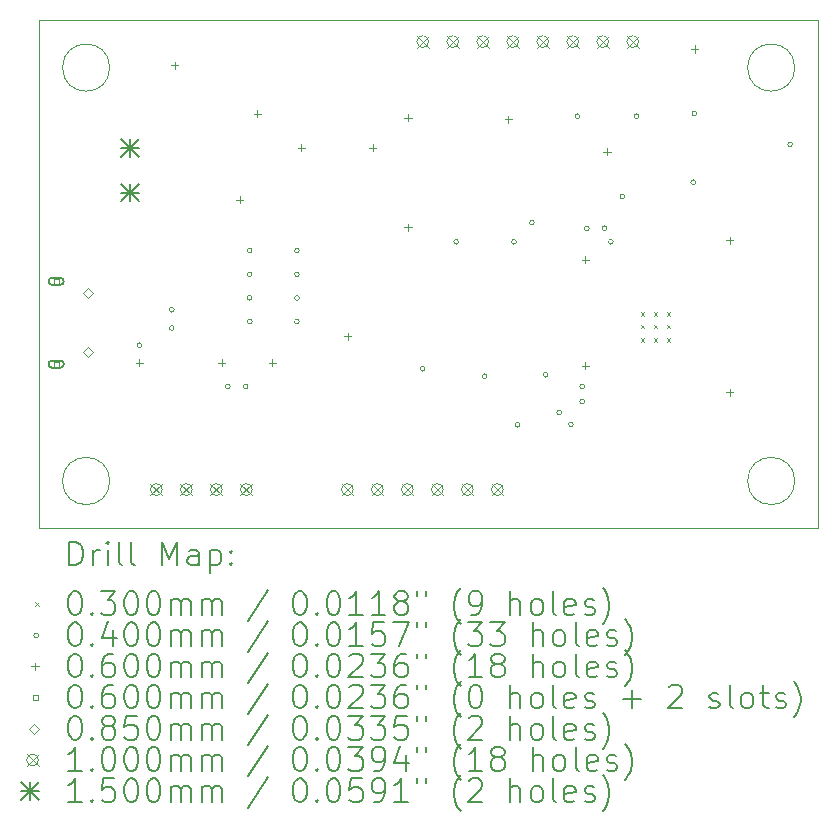
<source format=gbr>
%TF.GenerationSoftware,KiCad,Pcbnew,7.0.6*%
%TF.CreationDate,2023-11-09T22:10:53-05:00*%
%TF.ProjectId,Crystal,43727973-7461-46c2-9e6b-696361645f70,rev?*%
%TF.SameCoordinates,Original*%
%TF.FileFunction,Drillmap*%
%TF.FilePolarity,Positive*%
%FSLAX45Y45*%
G04 Gerber Fmt 4.5, Leading zero omitted, Abs format (unit mm)*
G04 Created by KiCad (PCBNEW 7.0.6) date 2023-11-09 22:10:53*
%MOMM*%
%LPD*%
G01*
G04 APERTURE LIST*
%ADD10C,0.050000*%
%ADD11C,0.200000*%
%ADD12C,0.030000*%
%ADD13C,0.040000*%
%ADD14C,0.060000*%
%ADD15C,0.085000*%
%ADD16C,0.100000*%
%ADD17C,0.150000*%
G04 APERTURE END LIST*
D10*
X8400000Y-2400000D02*
G75*
G03*
X8400000Y-2400000I-200000J0D01*
G01*
X8400000Y-5900000D02*
G75*
G03*
X8400000Y-5900000I-200000J0D01*
G01*
X8600000Y-2000000D02*
X2000000Y-2000000D01*
X2000000Y-6300000D02*
X8600000Y-6300000D01*
X8600000Y-6300000D02*
X8600000Y-2000000D01*
X2600000Y-5900000D02*
G75*
G03*
X2600000Y-5900000I-200000J0D01*
G01*
X2600000Y-2400000D02*
G75*
G03*
X2600000Y-2400000I-200000J0D01*
G01*
X2000000Y-6300000D02*
X2000000Y-2000000D01*
D11*
D12*
X7095000Y-4471000D02*
X7125000Y-4501000D01*
X7125000Y-4471000D02*
X7095000Y-4501000D01*
X7095000Y-4576000D02*
X7125000Y-4606000D01*
X7125000Y-4576000D02*
X7095000Y-4606000D01*
X7095000Y-4691000D02*
X7125000Y-4721000D01*
X7125000Y-4691000D02*
X7095000Y-4721000D01*
X7205000Y-4471000D02*
X7235000Y-4501000D01*
X7235000Y-4471000D02*
X7205000Y-4501000D01*
X7205000Y-4576000D02*
X7235000Y-4606000D01*
X7235000Y-4576000D02*
X7205000Y-4606000D01*
X7205000Y-4691000D02*
X7235000Y-4721000D01*
X7235000Y-4691000D02*
X7205000Y-4721000D01*
X7315000Y-4471000D02*
X7345000Y-4501000D01*
X7345000Y-4471000D02*
X7315000Y-4501000D01*
X7315000Y-4576000D02*
X7345000Y-4606000D01*
X7345000Y-4576000D02*
X7315000Y-4606000D01*
X7315000Y-4691000D02*
X7345000Y-4721000D01*
X7345000Y-4691000D02*
X7315000Y-4721000D01*
D13*
X2870000Y-4750000D02*
G75*
G03*
X2870000Y-4750000I-20000J0D01*
G01*
X3145000Y-4450000D02*
G75*
G03*
X3145000Y-4450000I-20000J0D01*
G01*
X3145000Y-4605000D02*
G75*
G03*
X3145000Y-4605000I-20000J0D01*
G01*
X3620000Y-5100000D02*
G75*
G03*
X3620000Y-5100000I-20000J0D01*
G01*
X3770000Y-5100000D02*
G75*
G03*
X3770000Y-5100000I-20000J0D01*
G01*
X3805000Y-3950000D02*
G75*
G03*
X3805000Y-3950000I-20000J0D01*
G01*
X3805000Y-4150000D02*
G75*
G03*
X3805000Y-4150000I-20000J0D01*
G01*
X3805000Y-4350000D02*
G75*
G03*
X3805000Y-4350000I-20000J0D01*
G01*
X3805000Y-4550000D02*
G75*
G03*
X3805000Y-4550000I-20000J0D01*
G01*
X4205000Y-3950000D02*
G75*
G03*
X4205000Y-3950000I-20000J0D01*
G01*
X4205000Y-4150000D02*
G75*
G03*
X4205000Y-4150000I-20000J0D01*
G01*
X4205000Y-4350000D02*
G75*
G03*
X4205000Y-4350000I-20000J0D01*
G01*
X4205000Y-4550000D02*
G75*
G03*
X4205000Y-4550000I-20000J0D01*
G01*
X5270000Y-4950000D02*
G75*
G03*
X5270000Y-4950000I-20000J0D01*
G01*
X5552500Y-3875000D02*
G75*
G03*
X5552500Y-3875000I-20000J0D01*
G01*
X5795000Y-5012500D02*
G75*
G03*
X5795000Y-5012500I-20000J0D01*
G01*
X6042500Y-3875000D02*
G75*
G03*
X6042500Y-3875000I-20000J0D01*
G01*
X6072500Y-5425000D02*
G75*
G03*
X6072500Y-5425000I-20000J0D01*
G01*
X6195000Y-3712500D02*
G75*
G03*
X6195000Y-3712500I-20000J0D01*
G01*
X6310000Y-5000000D02*
G75*
G03*
X6310000Y-5000000I-20000J0D01*
G01*
X6425000Y-5320000D02*
G75*
G03*
X6425000Y-5320000I-20000J0D01*
G01*
X6525000Y-5420000D02*
G75*
G03*
X6525000Y-5420000I-20000J0D01*
G01*
X6580000Y-2812500D02*
G75*
G03*
X6580000Y-2812500I-20000J0D01*
G01*
X6620000Y-5225000D02*
G75*
G03*
X6620000Y-5225000I-20000J0D01*
G01*
X6621000Y-5100000D02*
G75*
G03*
X6621000Y-5100000I-20000J0D01*
G01*
X6660000Y-3762500D02*
G75*
G03*
X6660000Y-3762500I-20000J0D01*
G01*
X6810000Y-3760000D02*
G75*
G03*
X6810000Y-3760000I-20000J0D01*
G01*
X6862500Y-3875000D02*
G75*
G03*
X6862500Y-3875000I-20000J0D01*
G01*
X6960000Y-3490000D02*
G75*
G03*
X6960000Y-3490000I-20000J0D01*
G01*
X7080000Y-2811250D02*
G75*
G03*
X7080000Y-2811250I-20000J0D01*
G01*
X7560000Y-3370000D02*
G75*
G03*
X7560000Y-3370000I-20000J0D01*
G01*
X7570000Y-2787500D02*
G75*
G03*
X7570000Y-2787500I-20000J0D01*
G01*
X8380000Y-3050000D02*
G75*
G03*
X8380000Y-3050000I-20000J0D01*
G01*
D14*
X2850000Y-4870000D02*
X2850000Y-4930000D01*
X2820000Y-4900000D02*
X2880000Y-4900000D01*
X3150000Y-2350000D02*
X3150000Y-2410000D01*
X3120000Y-2380000D02*
X3180000Y-2380000D01*
X3550000Y-4870000D02*
X3550000Y-4930000D01*
X3520000Y-4900000D02*
X3580000Y-4900000D01*
X3700000Y-3490000D02*
X3700000Y-3550000D01*
X3670000Y-3520000D02*
X3730000Y-3520000D01*
X3850000Y-2760000D02*
X3850000Y-2820000D01*
X3820000Y-2790000D02*
X3880000Y-2790000D01*
X3975000Y-4870000D02*
X3975000Y-4930000D01*
X3945000Y-4900000D02*
X4005000Y-4900000D01*
X4220000Y-3050000D02*
X4220000Y-3110000D01*
X4190000Y-3080000D02*
X4250000Y-3080000D01*
X4615000Y-4645000D02*
X4615000Y-4705000D01*
X4585000Y-4675000D02*
X4645000Y-4675000D01*
X4825000Y-3050000D02*
X4825000Y-3110000D01*
X4795000Y-3080000D02*
X4855000Y-3080000D01*
X5125000Y-2795000D02*
X5125000Y-2855000D01*
X5095000Y-2825000D02*
X5155000Y-2825000D01*
X5125000Y-3720000D02*
X5125000Y-3780000D01*
X5095000Y-3750000D02*
X5155000Y-3750000D01*
X5975000Y-2807500D02*
X5975000Y-2867500D01*
X5945000Y-2837500D02*
X6005000Y-2837500D01*
X6625000Y-3995000D02*
X6625000Y-4055000D01*
X6595000Y-4025000D02*
X6655000Y-4025000D01*
X6625000Y-4895000D02*
X6625000Y-4955000D01*
X6595000Y-4925000D02*
X6655000Y-4925000D01*
X6810000Y-3081250D02*
X6810000Y-3141250D01*
X6780000Y-3111250D02*
X6840000Y-3111250D01*
X7552500Y-2212500D02*
X7552500Y-2272500D01*
X7522500Y-2242500D02*
X7582500Y-2242500D01*
X7850000Y-3832500D02*
X7850000Y-3892500D01*
X7820000Y-3862500D02*
X7880000Y-3862500D01*
X7850000Y-5120000D02*
X7850000Y-5180000D01*
X7820000Y-5150000D02*
X7880000Y-5150000D01*
X2167463Y-4231213D02*
X2167463Y-4188787D01*
X2125037Y-4188787D01*
X2125037Y-4231213D01*
X2167463Y-4231213D01*
D11*
X2111250Y-4240000D02*
X2181250Y-4240000D01*
X2181250Y-4240000D02*
G75*
G03*
X2181250Y-4180000I0J30000D01*
G01*
X2181250Y-4180000D02*
X2111250Y-4180000D01*
X2111250Y-4180000D02*
G75*
G03*
X2111250Y-4240000I0J-30000D01*
G01*
D14*
X2167463Y-4931213D02*
X2167463Y-4888787D01*
X2125037Y-4888787D01*
X2125037Y-4931213D01*
X2167463Y-4931213D01*
D11*
X2181250Y-4880000D02*
X2111250Y-4880000D01*
X2111250Y-4880000D02*
G75*
G03*
X2111250Y-4940000I0J-30000D01*
G01*
X2111250Y-4940000D02*
X2181250Y-4940000D01*
X2181250Y-4940000D02*
G75*
G03*
X2181250Y-4880000I0J30000D01*
G01*
D15*
X2416250Y-4352500D02*
X2458750Y-4310000D01*
X2416250Y-4267500D01*
X2373750Y-4310000D01*
X2416250Y-4352500D01*
X2416250Y-4852500D02*
X2458750Y-4810000D01*
X2416250Y-4767500D01*
X2373750Y-4810000D01*
X2416250Y-4852500D01*
D16*
X2945000Y-5922500D02*
X3045000Y-6022500D01*
X3045000Y-5922500D02*
X2945000Y-6022500D01*
X3045000Y-5972500D02*
G75*
G03*
X3045000Y-5972500I-50000J0D01*
G01*
X3199000Y-5922500D02*
X3299000Y-6022500D01*
X3299000Y-5922500D02*
X3199000Y-6022500D01*
X3299000Y-5972500D02*
G75*
G03*
X3299000Y-5972500I-50000J0D01*
G01*
X3453000Y-5922500D02*
X3553000Y-6022500D01*
X3553000Y-5922500D02*
X3453000Y-6022500D01*
X3553000Y-5972500D02*
G75*
G03*
X3553000Y-5972500I-50000J0D01*
G01*
X3707000Y-5922500D02*
X3807000Y-6022500D01*
X3807000Y-5922500D02*
X3707000Y-6022500D01*
X3807000Y-5972500D02*
G75*
G03*
X3807000Y-5972500I-50000J0D01*
G01*
X4562500Y-5922500D02*
X4662500Y-6022500D01*
X4662500Y-5922500D02*
X4562500Y-6022500D01*
X4662500Y-5972500D02*
G75*
G03*
X4662500Y-5972500I-50000J0D01*
G01*
X4816500Y-5922500D02*
X4916500Y-6022500D01*
X4916500Y-5922500D02*
X4816500Y-6022500D01*
X4916500Y-5972500D02*
G75*
G03*
X4916500Y-5972500I-50000J0D01*
G01*
X5070500Y-5922500D02*
X5170500Y-6022500D01*
X5170500Y-5922500D02*
X5070500Y-6022500D01*
X5170500Y-5972500D02*
G75*
G03*
X5170500Y-5972500I-50000J0D01*
G01*
X5200000Y-2130000D02*
X5300000Y-2230000D01*
X5300000Y-2130000D02*
X5200000Y-2230000D01*
X5300000Y-2180000D02*
G75*
G03*
X5300000Y-2180000I-50000J0D01*
G01*
X5324500Y-5922500D02*
X5424500Y-6022500D01*
X5424500Y-5922500D02*
X5324500Y-6022500D01*
X5424500Y-5972500D02*
G75*
G03*
X5424500Y-5972500I-50000J0D01*
G01*
X5454000Y-2130000D02*
X5554000Y-2230000D01*
X5554000Y-2130000D02*
X5454000Y-2230000D01*
X5554000Y-2180000D02*
G75*
G03*
X5554000Y-2180000I-50000J0D01*
G01*
X5578500Y-5922500D02*
X5678500Y-6022500D01*
X5678500Y-5922500D02*
X5578500Y-6022500D01*
X5678500Y-5972500D02*
G75*
G03*
X5678500Y-5972500I-50000J0D01*
G01*
X5708000Y-2130000D02*
X5808000Y-2230000D01*
X5808000Y-2130000D02*
X5708000Y-2230000D01*
X5808000Y-2180000D02*
G75*
G03*
X5808000Y-2180000I-50000J0D01*
G01*
X5832500Y-5922500D02*
X5932500Y-6022500D01*
X5932500Y-5922500D02*
X5832500Y-6022500D01*
X5932500Y-5972500D02*
G75*
G03*
X5932500Y-5972500I-50000J0D01*
G01*
X5962000Y-2130000D02*
X6062000Y-2230000D01*
X6062000Y-2130000D02*
X5962000Y-2230000D01*
X6062000Y-2180000D02*
G75*
G03*
X6062000Y-2180000I-50000J0D01*
G01*
X6216000Y-2130000D02*
X6316000Y-2230000D01*
X6316000Y-2130000D02*
X6216000Y-2230000D01*
X6316000Y-2180000D02*
G75*
G03*
X6316000Y-2180000I-50000J0D01*
G01*
X6470000Y-2130000D02*
X6570000Y-2230000D01*
X6570000Y-2130000D02*
X6470000Y-2230000D01*
X6570000Y-2180000D02*
G75*
G03*
X6570000Y-2180000I-50000J0D01*
G01*
X6724000Y-2130000D02*
X6824000Y-2230000D01*
X6824000Y-2130000D02*
X6724000Y-2230000D01*
X6824000Y-2180000D02*
G75*
G03*
X6824000Y-2180000I-50000J0D01*
G01*
X6978000Y-2130000D02*
X7078000Y-2230000D01*
X7078000Y-2130000D02*
X6978000Y-2230000D01*
X7078000Y-2180000D02*
G75*
G03*
X7078000Y-2180000I-50000J0D01*
G01*
D17*
X2699000Y-3003000D02*
X2849000Y-3153000D01*
X2849000Y-3003000D02*
X2699000Y-3153000D01*
X2774000Y-3003000D02*
X2774000Y-3153000D01*
X2699000Y-3078000D02*
X2849000Y-3078000D01*
X2699000Y-3383000D02*
X2849000Y-3533000D01*
X2849000Y-3383000D02*
X2699000Y-3533000D01*
X2774000Y-3383000D02*
X2774000Y-3533000D01*
X2699000Y-3458000D02*
X2849000Y-3458000D01*
D11*
X2258277Y-6613984D02*
X2258277Y-6413984D01*
X2258277Y-6413984D02*
X2305896Y-6413984D01*
X2305896Y-6413984D02*
X2334467Y-6423508D01*
X2334467Y-6423508D02*
X2353515Y-6442555D01*
X2353515Y-6442555D02*
X2363039Y-6461603D01*
X2363039Y-6461603D02*
X2372563Y-6499698D01*
X2372563Y-6499698D02*
X2372563Y-6528269D01*
X2372563Y-6528269D02*
X2363039Y-6566365D01*
X2363039Y-6566365D02*
X2353515Y-6585412D01*
X2353515Y-6585412D02*
X2334467Y-6604460D01*
X2334467Y-6604460D02*
X2305896Y-6613984D01*
X2305896Y-6613984D02*
X2258277Y-6613984D01*
X2458277Y-6613984D02*
X2458277Y-6480650D01*
X2458277Y-6518746D02*
X2467801Y-6499698D01*
X2467801Y-6499698D02*
X2477324Y-6490174D01*
X2477324Y-6490174D02*
X2496372Y-6480650D01*
X2496372Y-6480650D02*
X2515420Y-6480650D01*
X2582086Y-6613984D02*
X2582086Y-6480650D01*
X2582086Y-6413984D02*
X2572563Y-6423508D01*
X2572563Y-6423508D02*
X2582086Y-6433031D01*
X2582086Y-6433031D02*
X2591610Y-6423508D01*
X2591610Y-6423508D02*
X2582086Y-6413984D01*
X2582086Y-6413984D02*
X2582086Y-6433031D01*
X2705896Y-6613984D02*
X2686848Y-6604460D01*
X2686848Y-6604460D02*
X2677324Y-6585412D01*
X2677324Y-6585412D02*
X2677324Y-6413984D01*
X2810658Y-6613984D02*
X2791610Y-6604460D01*
X2791610Y-6604460D02*
X2782086Y-6585412D01*
X2782086Y-6585412D02*
X2782086Y-6413984D01*
X3039229Y-6613984D02*
X3039229Y-6413984D01*
X3039229Y-6413984D02*
X3105896Y-6556841D01*
X3105896Y-6556841D02*
X3172562Y-6413984D01*
X3172562Y-6413984D02*
X3172562Y-6613984D01*
X3353515Y-6613984D02*
X3353515Y-6509222D01*
X3353515Y-6509222D02*
X3343991Y-6490174D01*
X3343991Y-6490174D02*
X3324943Y-6480650D01*
X3324943Y-6480650D02*
X3286848Y-6480650D01*
X3286848Y-6480650D02*
X3267801Y-6490174D01*
X3353515Y-6604460D02*
X3334467Y-6613984D01*
X3334467Y-6613984D02*
X3286848Y-6613984D01*
X3286848Y-6613984D02*
X3267801Y-6604460D01*
X3267801Y-6604460D02*
X3258277Y-6585412D01*
X3258277Y-6585412D02*
X3258277Y-6566365D01*
X3258277Y-6566365D02*
X3267801Y-6547317D01*
X3267801Y-6547317D02*
X3286848Y-6537793D01*
X3286848Y-6537793D02*
X3334467Y-6537793D01*
X3334467Y-6537793D02*
X3353515Y-6528269D01*
X3448753Y-6480650D02*
X3448753Y-6680650D01*
X3448753Y-6490174D02*
X3467801Y-6480650D01*
X3467801Y-6480650D02*
X3505896Y-6480650D01*
X3505896Y-6480650D02*
X3524943Y-6490174D01*
X3524943Y-6490174D02*
X3534467Y-6499698D01*
X3534467Y-6499698D02*
X3543991Y-6518746D01*
X3543991Y-6518746D02*
X3543991Y-6575888D01*
X3543991Y-6575888D02*
X3534467Y-6594936D01*
X3534467Y-6594936D02*
X3524943Y-6604460D01*
X3524943Y-6604460D02*
X3505896Y-6613984D01*
X3505896Y-6613984D02*
X3467801Y-6613984D01*
X3467801Y-6613984D02*
X3448753Y-6604460D01*
X3629705Y-6594936D02*
X3639229Y-6604460D01*
X3639229Y-6604460D02*
X3629705Y-6613984D01*
X3629705Y-6613984D02*
X3620182Y-6604460D01*
X3620182Y-6604460D02*
X3629705Y-6594936D01*
X3629705Y-6594936D02*
X3629705Y-6613984D01*
X3629705Y-6490174D02*
X3639229Y-6499698D01*
X3639229Y-6499698D02*
X3629705Y-6509222D01*
X3629705Y-6509222D02*
X3620182Y-6499698D01*
X3620182Y-6499698D02*
X3629705Y-6490174D01*
X3629705Y-6490174D02*
X3629705Y-6509222D01*
D12*
X1967500Y-6927500D02*
X1997500Y-6957500D01*
X1997500Y-6927500D02*
X1967500Y-6957500D01*
D11*
X2296372Y-6833984D02*
X2315420Y-6833984D01*
X2315420Y-6833984D02*
X2334467Y-6843508D01*
X2334467Y-6843508D02*
X2343991Y-6853031D01*
X2343991Y-6853031D02*
X2353515Y-6872079D01*
X2353515Y-6872079D02*
X2363039Y-6910174D01*
X2363039Y-6910174D02*
X2363039Y-6957793D01*
X2363039Y-6957793D02*
X2353515Y-6995888D01*
X2353515Y-6995888D02*
X2343991Y-7014936D01*
X2343991Y-7014936D02*
X2334467Y-7024460D01*
X2334467Y-7024460D02*
X2315420Y-7033984D01*
X2315420Y-7033984D02*
X2296372Y-7033984D01*
X2296372Y-7033984D02*
X2277324Y-7024460D01*
X2277324Y-7024460D02*
X2267801Y-7014936D01*
X2267801Y-7014936D02*
X2258277Y-6995888D01*
X2258277Y-6995888D02*
X2248753Y-6957793D01*
X2248753Y-6957793D02*
X2248753Y-6910174D01*
X2248753Y-6910174D02*
X2258277Y-6872079D01*
X2258277Y-6872079D02*
X2267801Y-6853031D01*
X2267801Y-6853031D02*
X2277324Y-6843508D01*
X2277324Y-6843508D02*
X2296372Y-6833984D01*
X2448753Y-7014936D02*
X2458277Y-7024460D01*
X2458277Y-7024460D02*
X2448753Y-7033984D01*
X2448753Y-7033984D02*
X2439229Y-7024460D01*
X2439229Y-7024460D02*
X2448753Y-7014936D01*
X2448753Y-7014936D02*
X2448753Y-7033984D01*
X2524944Y-6833984D02*
X2648753Y-6833984D01*
X2648753Y-6833984D02*
X2582086Y-6910174D01*
X2582086Y-6910174D02*
X2610658Y-6910174D01*
X2610658Y-6910174D02*
X2629705Y-6919698D01*
X2629705Y-6919698D02*
X2639229Y-6929222D01*
X2639229Y-6929222D02*
X2648753Y-6948269D01*
X2648753Y-6948269D02*
X2648753Y-6995888D01*
X2648753Y-6995888D02*
X2639229Y-7014936D01*
X2639229Y-7014936D02*
X2629705Y-7024460D01*
X2629705Y-7024460D02*
X2610658Y-7033984D01*
X2610658Y-7033984D02*
X2553515Y-7033984D01*
X2553515Y-7033984D02*
X2534467Y-7024460D01*
X2534467Y-7024460D02*
X2524944Y-7014936D01*
X2772563Y-6833984D02*
X2791610Y-6833984D01*
X2791610Y-6833984D02*
X2810658Y-6843508D01*
X2810658Y-6843508D02*
X2820182Y-6853031D01*
X2820182Y-6853031D02*
X2829705Y-6872079D01*
X2829705Y-6872079D02*
X2839229Y-6910174D01*
X2839229Y-6910174D02*
X2839229Y-6957793D01*
X2839229Y-6957793D02*
X2829705Y-6995888D01*
X2829705Y-6995888D02*
X2820182Y-7014936D01*
X2820182Y-7014936D02*
X2810658Y-7024460D01*
X2810658Y-7024460D02*
X2791610Y-7033984D01*
X2791610Y-7033984D02*
X2772563Y-7033984D01*
X2772563Y-7033984D02*
X2753515Y-7024460D01*
X2753515Y-7024460D02*
X2743991Y-7014936D01*
X2743991Y-7014936D02*
X2734467Y-6995888D01*
X2734467Y-6995888D02*
X2724944Y-6957793D01*
X2724944Y-6957793D02*
X2724944Y-6910174D01*
X2724944Y-6910174D02*
X2734467Y-6872079D01*
X2734467Y-6872079D02*
X2743991Y-6853031D01*
X2743991Y-6853031D02*
X2753515Y-6843508D01*
X2753515Y-6843508D02*
X2772563Y-6833984D01*
X2963039Y-6833984D02*
X2982086Y-6833984D01*
X2982086Y-6833984D02*
X3001134Y-6843508D01*
X3001134Y-6843508D02*
X3010658Y-6853031D01*
X3010658Y-6853031D02*
X3020182Y-6872079D01*
X3020182Y-6872079D02*
X3029705Y-6910174D01*
X3029705Y-6910174D02*
X3029705Y-6957793D01*
X3029705Y-6957793D02*
X3020182Y-6995888D01*
X3020182Y-6995888D02*
X3010658Y-7014936D01*
X3010658Y-7014936D02*
X3001134Y-7024460D01*
X3001134Y-7024460D02*
X2982086Y-7033984D01*
X2982086Y-7033984D02*
X2963039Y-7033984D01*
X2963039Y-7033984D02*
X2943991Y-7024460D01*
X2943991Y-7024460D02*
X2934467Y-7014936D01*
X2934467Y-7014936D02*
X2924943Y-6995888D01*
X2924943Y-6995888D02*
X2915420Y-6957793D01*
X2915420Y-6957793D02*
X2915420Y-6910174D01*
X2915420Y-6910174D02*
X2924943Y-6872079D01*
X2924943Y-6872079D02*
X2934467Y-6853031D01*
X2934467Y-6853031D02*
X2943991Y-6843508D01*
X2943991Y-6843508D02*
X2963039Y-6833984D01*
X3115420Y-7033984D02*
X3115420Y-6900650D01*
X3115420Y-6919698D02*
X3124943Y-6910174D01*
X3124943Y-6910174D02*
X3143991Y-6900650D01*
X3143991Y-6900650D02*
X3172563Y-6900650D01*
X3172563Y-6900650D02*
X3191610Y-6910174D01*
X3191610Y-6910174D02*
X3201134Y-6929222D01*
X3201134Y-6929222D02*
X3201134Y-7033984D01*
X3201134Y-6929222D02*
X3210658Y-6910174D01*
X3210658Y-6910174D02*
X3229705Y-6900650D01*
X3229705Y-6900650D02*
X3258277Y-6900650D01*
X3258277Y-6900650D02*
X3277324Y-6910174D01*
X3277324Y-6910174D02*
X3286848Y-6929222D01*
X3286848Y-6929222D02*
X3286848Y-7033984D01*
X3382086Y-7033984D02*
X3382086Y-6900650D01*
X3382086Y-6919698D02*
X3391610Y-6910174D01*
X3391610Y-6910174D02*
X3410658Y-6900650D01*
X3410658Y-6900650D02*
X3439229Y-6900650D01*
X3439229Y-6900650D02*
X3458277Y-6910174D01*
X3458277Y-6910174D02*
X3467801Y-6929222D01*
X3467801Y-6929222D02*
X3467801Y-7033984D01*
X3467801Y-6929222D02*
X3477324Y-6910174D01*
X3477324Y-6910174D02*
X3496372Y-6900650D01*
X3496372Y-6900650D02*
X3524943Y-6900650D01*
X3524943Y-6900650D02*
X3543991Y-6910174D01*
X3543991Y-6910174D02*
X3553515Y-6929222D01*
X3553515Y-6929222D02*
X3553515Y-7033984D01*
X3943991Y-6824460D02*
X3772563Y-7081603D01*
X4201134Y-6833984D02*
X4220182Y-6833984D01*
X4220182Y-6833984D02*
X4239229Y-6843508D01*
X4239229Y-6843508D02*
X4248753Y-6853031D01*
X4248753Y-6853031D02*
X4258277Y-6872079D01*
X4258277Y-6872079D02*
X4267801Y-6910174D01*
X4267801Y-6910174D02*
X4267801Y-6957793D01*
X4267801Y-6957793D02*
X4258277Y-6995888D01*
X4258277Y-6995888D02*
X4248753Y-7014936D01*
X4248753Y-7014936D02*
X4239229Y-7024460D01*
X4239229Y-7024460D02*
X4220182Y-7033984D01*
X4220182Y-7033984D02*
X4201134Y-7033984D01*
X4201134Y-7033984D02*
X4182086Y-7024460D01*
X4182086Y-7024460D02*
X4172563Y-7014936D01*
X4172563Y-7014936D02*
X4163039Y-6995888D01*
X4163039Y-6995888D02*
X4153515Y-6957793D01*
X4153515Y-6957793D02*
X4153515Y-6910174D01*
X4153515Y-6910174D02*
X4163039Y-6872079D01*
X4163039Y-6872079D02*
X4172563Y-6853031D01*
X4172563Y-6853031D02*
X4182086Y-6843508D01*
X4182086Y-6843508D02*
X4201134Y-6833984D01*
X4353515Y-7014936D02*
X4363039Y-7024460D01*
X4363039Y-7024460D02*
X4353515Y-7033984D01*
X4353515Y-7033984D02*
X4343991Y-7024460D01*
X4343991Y-7024460D02*
X4353515Y-7014936D01*
X4353515Y-7014936D02*
X4353515Y-7033984D01*
X4486848Y-6833984D02*
X4505896Y-6833984D01*
X4505896Y-6833984D02*
X4524944Y-6843508D01*
X4524944Y-6843508D02*
X4534468Y-6853031D01*
X4534468Y-6853031D02*
X4543991Y-6872079D01*
X4543991Y-6872079D02*
X4553515Y-6910174D01*
X4553515Y-6910174D02*
X4553515Y-6957793D01*
X4553515Y-6957793D02*
X4543991Y-6995888D01*
X4543991Y-6995888D02*
X4534468Y-7014936D01*
X4534468Y-7014936D02*
X4524944Y-7024460D01*
X4524944Y-7024460D02*
X4505896Y-7033984D01*
X4505896Y-7033984D02*
X4486848Y-7033984D01*
X4486848Y-7033984D02*
X4467801Y-7024460D01*
X4467801Y-7024460D02*
X4458277Y-7014936D01*
X4458277Y-7014936D02*
X4448753Y-6995888D01*
X4448753Y-6995888D02*
X4439229Y-6957793D01*
X4439229Y-6957793D02*
X4439229Y-6910174D01*
X4439229Y-6910174D02*
X4448753Y-6872079D01*
X4448753Y-6872079D02*
X4458277Y-6853031D01*
X4458277Y-6853031D02*
X4467801Y-6843508D01*
X4467801Y-6843508D02*
X4486848Y-6833984D01*
X4743991Y-7033984D02*
X4629706Y-7033984D01*
X4686848Y-7033984D02*
X4686848Y-6833984D01*
X4686848Y-6833984D02*
X4667801Y-6862555D01*
X4667801Y-6862555D02*
X4648753Y-6881603D01*
X4648753Y-6881603D02*
X4629706Y-6891127D01*
X4934468Y-7033984D02*
X4820182Y-7033984D01*
X4877325Y-7033984D02*
X4877325Y-6833984D01*
X4877325Y-6833984D02*
X4858277Y-6862555D01*
X4858277Y-6862555D02*
X4839229Y-6881603D01*
X4839229Y-6881603D02*
X4820182Y-6891127D01*
X5048753Y-6919698D02*
X5029706Y-6910174D01*
X5029706Y-6910174D02*
X5020182Y-6900650D01*
X5020182Y-6900650D02*
X5010658Y-6881603D01*
X5010658Y-6881603D02*
X5010658Y-6872079D01*
X5010658Y-6872079D02*
X5020182Y-6853031D01*
X5020182Y-6853031D02*
X5029706Y-6843508D01*
X5029706Y-6843508D02*
X5048753Y-6833984D01*
X5048753Y-6833984D02*
X5086849Y-6833984D01*
X5086849Y-6833984D02*
X5105896Y-6843508D01*
X5105896Y-6843508D02*
X5115420Y-6853031D01*
X5115420Y-6853031D02*
X5124944Y-6872079D01*
X5124944Y-6872079D02*
X5124944Y-6881603D01*
X5124944Y-6881603D02*
X5115420Y-6900650D01*
X5115420Y-6900650D02*
X5105896Y-6910174D01*
X5105896Y-6910174D02*
X5086849Y-6919698D01*
X5086849Y-6919698D02*
X5048753Y-6919698D01*
X5048753Y-6919698D02*
X5029706Y-6929222D01*
X5029706Y-6929222D02*
X5020182Y-6938746D01*
X5020182Y-6938746D02*
X5010658Y-6957793D01*
X5010658Y-6957793D02*
X5010658Y-6995888D01*
X5010658Y-6995888D02*
X5020182Y-7014936D01*
X5020182Y-7014936D02*
X5029706Y-7024460D01*
X5029706Y-7024460D02*
X5048753Y-7033984D01*
X5048753Y-7033984D02*
X5086849Y-7033984D01*
X5086849Y-7033984D02*
X5105896Y-7024460D01*
X5105896Y-7024460D02*
X5115420Y-7014936D01*
X5115420Y-7014936D02*
X5124944Y-6995888D01*
X5124944Y-6995888D02*
X5124944Y-6957793D01*
X5124944Y-6957793D02*
X5115420Y-6938746D01*
X5115420Y-6938746D02*
X5105896Y-6929222D01*
X5105896Y-6929222D02*
X5086849Y-6919698D01*
X5201134Y-6833984D02*
X5201134Y-6872079D01*
X5277325Y-6833984D02*
X5277325Y-6872079D01*
X5572563Y-7110174D02*
X5563039Y-7100650D01*
X5563039Y-7100650D02*
X5543991Y-7072079D01*
X5543991Y-7072079D02*
X5534468Y-7053031D01*
X5534468Y-7053031D02*
X5524944Y-7024460D01*
X5524944Y-7024460D02*
X5515420Y-6976841D01*
X5515420Y-6976841D02*
X5515420Y-6938746D01*
X5515420Y-6938746D02*
X5524944Y-6891127D01*
X5524944Y-6891127D02*
X5534468Y-6862555D01*
X5534468Y-6862555D02*
X5543991Y-6843508D01*
X5543991Y-6843508D02*
X5563039Y-6814936D01*
X5563039Y-6814936D02*
X5572563Y-6805412D01*
X5658277Y-7033984D02*
X5696372Y-7033984D01*
X5696372Y-7033984D02*
X5715420Y-7024460D01*
X5715420Y-7024460D02*
X5724944Y-7014936D01*
X5724944Y-7014936D02*
X5743991Y-6986365D01*
X5743991Y-6986365D02*
X5753515Y-6948269D01*
X5753515Y-6948269D02*
X5753515Y-6872079D01*
X5753515Y-6872079D02*
X5743991Y-6853031D01*
X5743991Y-6853031D02*
X5734468Y-6843508D01*
X5734468Y-6843508D02*
X5715420Y-6833984D01*
X5715420Y-6833984D02*
X5677325Y-6833984D01*
X5677325Y-6833984D02*
X5658277Y-6843508D01*
X5658277Y-6843508D02*
X5648753Y-6853031D01*
X5648753Y-6853031D02*
X5639229Y-6872079D01*
X5639229Y-6872079D02*
X5639229Y-6919698D01*
X5639229Y-6919698D02*
X5648753Y-6938746D01*
X5648753Y-6938746D02*
X5658277Y-6948269D01*
X5658277Y-6948269D02*
X5677325Y-6957793D01*
X5677325Y-6957793D02*
X5715420Y-6957793D01*
X5715420Y-6957793D02*
X5734468Y-6948269D01*
X5734468Y-6948269D02*
X5743991Y-6938746D01*
X5743991Y-6938746D02*
X5753515Y-6919698D01*
X5991610Y-7033984D02*
X5991610Y-6833984D01*
X6077325Y-7033984D02*
X6077325Y-6929222D01*
X6077325Y-6929222D02*
X6067801Y-6910174D01*
X6067801Y-6910174D02*
X6048753Y-6900650D01*
X6048753Y-6900650D02*
X6020182Y-6900650D01*
X6020182Y-6900650D02*
X6001134Y-6910174D01*
X6001134Y-6910174D02*
X5991610Y-6919698D01*
X6201134Y-7033984D02*
X6182087Y-7024460D01*
X6182087Y-7024460D02*
X6172563Y-7014936D01*
X6172563Y-7014936D02*
X6163039Y-6995888D01*
X6163039Y-6995888D02*
X6163039Y-6938746D01*
X6163039Y-6938746D02*
X6172563Y-6919698D01*
X6172563Y-6919698D02*
X6182087Y-6910174D01*
X6182087Y-6910174D02*
X6201134Y-6900650D01*
X6201134Y-6900650D02*
X6229706Y-6900650D01*
X6229706Y-6900650D02*
X6248753Y-6910174D01*
X6248753Y-6910174D02*
X6258277Y-6919698D01*
X6258277Y-6919698D02*
X6267801Y-6938746D01*
X6267801Y-6938746D02*
X6267801Y-6995888D01*
X6267801Y-6995888D02*
X6258277Y-7014936D01*
X6258277Y-7014936D02*
X6248753Y-7024460D01*
X6248753Y-7024460D02*
X6229706Y-7033984D01*
X6229706Y-7033984D02*
X6201134Y-7033984D01*
X6382087Y-7033984D02*
X6363039Y-7024460D01*
X6363039Y-7024460D02*
X6353515Y-7005412D01*
X6353515Y-7005412D02*
X6353515Y-6833984D01*
X6534468Y-7024460D02*
X6515420Y-7033984D01*
X6515420Y-7033984D02*
X6477325Y-7033984D01*
X6477325Y-7033984D02*
X6458277Y-7024460D01*
X6458277Y-7024460D02*
X6448753Y-7005412D01*
X6448753Y-7005412D02*
X6448753Y-6929222D01*
X6448753Y-6929222D02*
X6458277Y-6910174D01*
X6458277Y-6910174D02*
X6477325Y-6900650D01*
X6477325Y-6900650D02*
X6515420Y-6900650D01*
X6515420Y-6900650D02*
X6534468Y-6910174D01*
X6534468Y-6910174D02*
X6543991Y-6929222D01*
X6543991Y-6929222D02*
X6543991Y-6948269D01*
X6543991Y-6948269D02*
X6448753Y-6967317D01*
X6620182Y-7024460D02*
X6639230Y-7033984D01*
X6639230Y-7033984D02*
X6677325Y-7033984D01*
X6677325Y-7033984D02*
X6696372Y-7024460D01*
X6696372Y-7024460D02*
X6705896Y-7005412D01*
X6705896Y-7005412D02*
X6705896Y-6995888D01*
X6705896Y-6995888D02*
X6696372Y-6976841D01*
X6696372Y-6976841D02*
X6677325Y-6967317D01*
X6677325Y-6967317D02*
X6648753Y-6967317D01*
X6648753Y-6967317D02*
X6629706Y-6957793D01*
X6629706Y-6957793D02*
X6620182Y-6938746D01*
X6620182Y-6938746D02*
X6620182Y-6929222D01*
X6620182Y-6929222D02*
X6629706Y-6910174D01*
X6629706Y-6910174D02*
X6648753Y-6900650D01*
X6648753Y-6900650D02*
X6677325Y-6900650D01*
X6677325Y-6900650D02*
X6696372Y-6910174D01*
X6772563Y-7110174D02*
X6782087Y-7100650D01*
X6782087Y-7100650D02*
X6801134Y-7072079D01*
X6801134Y-7072079D02*
X6810658Y-7053031D01*
X6810658Y-7053031D02*
X6820182Y-7024460D01*
X6820182Y-7024460D02*
X6829706Y-6976841D01*
X6829706Y-6976841D02*
X6829706Y-6938746D01*
X6829706Y-6938746D02*
X6820182Y-6891127D01*
X6820182Y-6891127D02*
X6810658Y-6862555D01*
X6810658Y-6862555D02*
X6801134Y-6843508D01*
X6801134Y-6843508D02*
X6782087Y-6814936D01*
X6782087Y-6814936D02*
X6772563Y-6805412D01*
D13*
X1997500Y-7206500D02*
G75*
G03*
X1997500Y-7206500I-20000J0D01*
G01*
D11*
X2296372Y-7097984D02*
X2315420Y-7097984D01*
X2315420Y-7097984D02*
X2334467Y-7107508D01*
X2334467Y-7107508D02*
X2343991Y-7117031D01*
X2343991Y-7117031D02*
X2353515Y-7136079D01*
X2353515Y-7136079D02*
X2363039Y-7174174D01*
X2363039Y-7174174D02*
X2363039Y-7221793D01*
X2363039Y-7221793D02*
X2353515Y-7259888D01*
X2353515Y-7259888D02*
X2343991Y-7278936D01*
X2343991Y-7278936D02*
X2334467Y-7288460D01*
X2334467Y-7288460D02*
X2315420Y-7297984D01*
X2315420Y-7297984D02*
X2296372Y-7297984D01*
X2296372Y-7297984D02*
X2277324Y-7288460D01*
X2277324Y-7288460D02*
X2267801Y-7278936D01*
X2267801Y-7278936D02*
X2258277Y-7259888D01*
X2258277Y-7259888D02*
X2248753Y-7221793D01*
X2248753Y-7221793D02*
X2248753Y-7174174D01*
X2248753Y-7174174D02*
X2258277Y-7136079D01*
X2258277Y-7136079D02*
X2267801Y-7117031D01*
X2267801Y-7117031D02*
X2277324Y-7107508D01*
X2277324Y-7107508D02*
X2296372Y-7097984D01*
X2448753Y-7278936D02*
X2458277Y-7288460D01*
X2458277Y-7288460D02*
X2448753Y-7297984D01*
X2448753Y-7297984D02*
X2439229Y-7288460D01*
X2439229Y-7288460D02*
X2448753Y-7278936D01*
X2448753Y-7278936D02*
X2448753Y-7297984D01*
X2629705Y-7164650D02*
X2629705Y-7297984D01*
X2582086Y-7088460D02*
X2534467Y-7231317D01*
X2534467Y-7231317D02*
X2658277Y-7231317D01*
X2772563Y-7097984D02*
X2791610Y-7097984D01*
X2791610Y-7097984D02*
X2810658Y-7107508D01*
X2810658Y-7107508D02*
X2820182Y-7117031D01*
X2820182Y-7117031D02*
X2829705Y-7136079D01*
X2829705Y-7136079D02*
X2839229Y-7174174D01*
X2839229Y-7174174D02*
X2839229Y-7221793D01*
X2839229Y-7221793D02*
X2829705Y-7259888D01*
X2829705Y-7259888D02*
X2820182Y-7278936D01*
X2820182Y-7278936D02*
X2810658Y-7288460D01*
X2810658Y-7288460D02*
X2791610Y-7297984D01*
X2791610Y-7297984D02*
X2772563Y-7297984D01*
X2772563Y-7297984D02*
X2753515Y-7288460D01*
X2753515Y-7288460D02*
X2743991Y-7278936D01*
X2743991Y-7278936D02*
X2734467Y-7259888D01*
X2734467Y-7259888D02*
X2724944Y-7221793D01*
X2724944Y-7221793D02*
X2724944Y-7174174D01*
X2724944Y-7174174D02*
X2734467Y-7136079D01*
X2734467Y-7136079D02*
X2743991Y-7117031D01*
X2743991Y-7117031D02*
X2753515Y-7107508D01*
X2753515Y-7107508D02*
X2772563Y-7097984D01*
X2963039Y-7097984D02*
X2982086Y-7097984D01*
X2982086Y-7097984D02*
X3001134Y-7107508D01*
X3001134Y-7107508D02*
X3010658Y-7117031D01*
X3010658Y-7117031D02*
X3020182Y-7136079D01*
X3020182Y-7136079D02*
X3029705Y-7174174D01*
X3029705Y-7174174D02*
X3029705Y-7221793D01*
X3029705Y-7221793D02*
X3020182Y-7259888D01*
X3020182Y-7259888D02*
X3010658Y-7278936D01*
X3010658Y-7278936D02*
X3001134Y-7288460D01*
X3001134Y-7288460D02*
X2982086Y-7297984D01*
X2982086Y-7297984D02*
X2963039Y-7297984D01*
X2963039Y-7297984D02*
X2943991Y-7288460D01*
X2943991Y-7288460D02*
X2934467Y-7278936D01*
X2934467Y-7278936D02*
X2924943Y-7259888D01*
X2924943Y-7259888D02*
X2915420Y-7221793D01*
X2915420Y-7221793D02*
X2915420Y-7174174D01*
X2915420Y-7174174D02*
X2924943Y-7136079D01*
X2924943Y-7136079D02*
X2934467Y-7117031D01*
X2934467Y-7117031D02*
X2943991Y-7107508D01*
X2943991Y-7107508D02*
X2963039Y-7097984D01*
X3115420Y-7297984D02*
X3115420Y-7164650D01*
X3115420Y-7183698D02*
X3124943Y-7174174D01*
X3124943Y-7174174D02*
X3143991Y-7164650D01*
X3143991Y-7164650D02*
X3172563Y-7164650D01*
X3172563Y-7164650D02*
X3191610Y-7174174D01*
X3191610Y-7174174D02*
X3201134Y-7193222D01*
X3201134Y-7193222D02*
X3201134Y-7297984D01*
X3201134Y-7193222D02*
X3210658Y-7174174D01*
X3210658Y-7174174D02*
X3229705Y-7164650D01*
X3229705Y-7164650D02*
X3258277Y-7164650D01*
X3258277Y-7164650D02*
X3277324Y-7174174D01*
X3277324Y-7174174D02*
X3286848Y-7193222D01*
X3286848Y-7193222D02*
X3286848Y-7297984D01*
X3382086Y-7297984D02*
X3382086Y-7164650D01*
X3382086Y-7183698D02*
X3391610Y-7174174D01*
X3391610Y-7174174D02*
X3410658Y-7164650D01*
X3410658Y-7164650D02*
X3439229Y-7164650D01*
X3439229Y-7164650D02*
X3458277Y-7174174D01*
X3458277Y-7174174D02*
X3467801Y-7193222D01*
X3467801Y-7193222D02*
X3467801Y-7297984D01*
X3467801Y-7193222D02*
X3477324Y-7174174D01*
X3477324Y-7174174D02*
X3496372Y-7164650D01*
X3496372Y-7164650D02*
X3524943Y-7164650D01*
X3524943Y-7164650D02*
X3543991Y-7174174D01*
X3543991Y-7174174D02*
X3553515Y-7193222D01*
X3553515Y-7193222D02*
X3553515Y-7297984D01*
X3943991Y-7088460D02*
X3772563Y-7345603D01*
X4201134Y-7097984D02*
X4220182Y-7097984D01*
X4220182Y-7097984D02*
X4239229Y-7107508D01*
X4239229Y-7107508D02*
X4248753Y-7117031D01*
X4248753Y-7117031D02*
X4258277Y-7136079D01*
X4258277Y-7136079D02*
X4267801Y-7174174D01*
X4267801Y-7174174D02*
X4267801Y-7221793D01*
X4267801Y-7221793D02*
X4258277Y-7259888D01*
X4258277Y-7259888D02*
X4248753Y-7278936D01*
X4248753Y-7278936D02*
X4239229Y-7288460D01*
X4239229Y-7288460D02*
X4220182Y-7297984D01*
X4220182Y-7297984D02*
X4201134Y-7297984D01*
X4201134Y-7297984D02*
X4182086Y-7288460D01*
X4182086Y-7288460D02*
X4172563Y-7278936D01*
X4172563Y-7278936D02*
X4163039Y-7259888D01*
X4163039Y-7259888D02*
X4153515Y-7221793D01*
X4153515Y-7221793D02*
X4153515Y-7174174D01*
X4153515Y-7174174D02*
X4163039Y-7136079D01*
X4163039Y-7136079D02*
X4172563Y-7117031D01*
X4172563Y-7117031D02*
X4182086Y-7107508D01*
X4182086Y-7107508D02*
X4201134Y-7097984D01*
X4353515Y-7278936D02*
X4363039Y-7288460D01*
X4363039Y-7288460D02*
X4353515Y-7297984D01*
X4353515Y-7297984D02*
X4343991Y-7288460D01*
X4343991Y-7288460D02*
X4353515Y-7278936D01*
X4353515Y-7278936D02*
X4353515Y-7297984D01*
X4486848Y-7097984D02*
X4505896Y-7097984D01*
X4505896Y-7097984D02*
X4524944Y-7107508D01*
X4524944Y-7107508D02*
X4534468Y-7117031D01*
X4534468Y-7117031D02*
X4543991Y-7136079D01*
X4543991Y-7136079D02*
X4553515Y-7174174D01*
X4553515Y-7174174D02*
X4553515Y-7221793D01*
X4553515Y-7221793D02*
X4543991Y-7259888D01*
X4543991Y-7259888D02*
X4534468Y-7278936D01*
X4534468Y-7278936D02*
X4524944Y-7288460D01*
X4524944Y-7288460D02*
X4505896Y-7297984D01*
X4505896Y-7297984D02*
X4486848Y-7297984D01*
X4486848Y-7297984D02*
X4467801Y-7288460D01*
X4467801Y-7288460D02*
X4458277Y-7278936D01*
X4458277Y-7278936D02*
X4448753Y-7259888D01*
X4448753Y-7259888D02*
X4439229Y-7221793D01*
X4439229Y-7221793D02*
X4439229Y-7174174D01*
X4439229Y-7174174D02*
X4448753Y-7136079D01*
X4448753Y-7136079D02*
X4458277Y-7117031D01*
X4458277Y-7117031D02*
X4467801Y-7107508D01*
X4467801Y-7107508D02*
X4486848Y-7097984D01*
X4743991Y-7297984D02*
X4629706Y-7297984D01*
X4686848Y-7297984D02*
X4686848Y-7097984D01*
X4686848Y-7097984D02*
X4667801Y-7126555D01*
X4667801Y-7126555D02*
X4648753Y-7145603D01*
X4648753Y-7145603D02*
X4629706Y-7155127D01*
X4924944Y-7097984D02*
X4829706Y-7097984D01*
X4829706Y-7097984D02*
X4820182Y-7193222D01*
X4820182Y-7193222D02*
X4829706Y-7183698D01*
X4829706Y-7183698D02*
X4848753Y-7174174D01*
X4848753Y-7174174D02*
X4896372Y-7174174D01*
X4896372Y-7174174D02*
X4915420Y-7183698D01*
X4915420Y-7183698D02*
X4924944Y-7193222D01*
X4924944Y-7193222D02*
X4934468Y-7212269D01*
X4934468Y-7212269D02*
X4934468Y-7259888D01*
X4934468Y-7259888D02*
X4924944Y-7278936D01*
X4924944Y-7278936D02*
X4915420Y-7288460D01*
X4915420Y-7288460D02*
X4896372Y-7297984D01*
X4896372Y-7297984D02*
X4848753Y-7297984D01*
X4848753Y-7297984D02*
X4829706Y-7288460D01*
X4829706Y-7288460D02*
X4820182Y-7278936D01*
X5001134Y-7097984D02*
X5134468Y-7097984D01*
X5134468Y-7097984D02*
X5048753Y-7297984D01*
X5201134Y-7097984D02*
X5201134Y-7136079D01*
X5277325Y-7097984D02*
X5277325Y-7136079D01*
X5572563Y-7374174D02*
X5563039Y-7364650D01*
X5563039Y-7364650D02*
X5543991Y-7336079D01*
X5543991Y-7336079D02*
X5534468Y-7317031D01*
X5534468Y-7317031D02*
X5524944Y-7288460D01*
X5524944Y-7288460D02*
X5515420Y-7240841D01*
X5515420Y-7240841D02*
X5515420Y-7202746D01*
X5515420Y-7202746D02*
X5524944Y-7155127D01*
X5524944Y-7155127D02*
X5534468Y-7126555D01*
X5534468Y-7126555D02*
X5543991Y-7107508D01*
X5543991Y-7107508D02*
X5563039Y-7078936D01*
X5563039Y-7078936D02*
X5572563Y-7069412D01*
X5629706Y-7097984D02*
X5753515Y-7097984D01*
X5753515Y-7097984D02*
X5686848Y-7174174D01*
X5686848Y-7174174D02*
X5715420Y-7174174D01*
X5715420Y-7174174D02*
X5734468Y-7183698D01*
X5734468Y-7183698D02*
X5743991Y-7193222D01*
X5743991Y-7193222D02*
X5753515Y-7212269D01*
X5753515Y-7212269D02*
X5753515Y-7259888D01*
X5753515Y-7259888D02*
X5743991Y-7278936D01*
X5743991Y-7278936D02*
X5734468Y-7288460D01*
X5734468Y-7288460D02*
X5715420Y-7297984D01*
X5715420Y-7297984D02*
X5658277Y-7297984D01*
X5658277Y-7297984D02*
X5639229Y-7288460D01*
X5639229Y-7288460D02*
X5629706Y-7278936D01*
X5820182Y-7097984D02*
X5943991Y-7097984D01*
X5943991Y-7097984D02*
X5877325Y-7174174D01*
X5877325Y-7174174D02*
X5905896Y-7174174D01*
X5905896Y-7174174D02*
X5924944Y-7183698D01*
X5924944Y-7183698D02*
X5934468Y-7193222D01*
X5934468Y-7193222D02*
X5943991Y-7212269D01*
X5943991Y-7212269D02*
X5943991Y-7259888D01*
X5943991Y-7259888D02*
X5934468Y-7278936D01*
X5934468Y-7278936D02*
X5924944Y-7288460D01*
X5924944Y-7288460D02*
X5905896Y-7297984D01*
X5905896Y-7297984D02*
X5848753Y-7297984D01*
X5848753Y-7297984D02*
X5829706Y-7288460D01*
X5829706Y-7288460D02*
X5820182Y-7278936D01*
X6182087Y-7297984D02*
X6182087Y-7097984D01*
X6267801Y-7297984D02*
X6267801Y-7193222D01*
X6267801Y-7193222D02*
X6258277Y-7174174D01*
X6258277Y-7174174D02*
X6239230Y-7164650D01*
X6239230Y-7164650D02*
X6210658Y-7164650D01*
X6210658Y-7164650D02*
X6191610Y-7174174D01*
X6191610Y-7174174D02*
X6182087Y-7183698D01*
X6391610Y-7297984D02*
X6372563Y-7288460D01*
X6372563Y-7288460D02*
X6363039Y-7278936D01*
X6363039Y-7278936D02*
X6353515Y-7259888D01*
X6353515Y-7259888D02*
X6353515Y-7202746D01*
X6353515Y-7202746D02*
X6363039Y-7183698D01*
X6363039Y-7183698D02*
X6372563Y-7174174D01*
X6372563Y-7174174D02*
X6391610Y-7164650D01*
X6391610Y-7164650D02*
X6420182Y-7164650D01*
X6420182Y-7164650D02*
X6439230Y-7174174D01*
X6439230Y-7174174D02*
X6448753Y-7183698D01*
X6448753Y-7183698D02*
X6458277Y-7202746D01*
X6458277Y-7202746D02*
X6458277Y-7259888D01*
X6458277Y-7259888D02*
X6448753Y-7278936D01*
X6448753Y-7278936D02*
X6439230Y-7288460D01*
X6439230Y-7288460D02*
X6420182Y-7297984D01*
X6420182Y-7297984D02*
X6391610Y-7297984D01*
X6572563Y-7297984D02*
X6553515Y-7288460D01*
X6553515Y-7288460D02*
X6543991Y-7269412D01*
X6543991Y-7269412D02*
X6543991Y-7097984D01*
X6724944Y-7288460D02*
X6705896Y-7297984D01*
X6705896Y-7297984D02*
X6667801Y-7297984D01*
X6667801Y-7297984D02*
X6648753Y-7288460D01*
X6648753Y-7288460D02*
X6639230Y-7269412D01*
X6639230Y-7269412D02*
X6639230Y-7193222D01*
X6639230Y-7193222D02*
X6648753Y-7174174D01*
X6648753Y-7174174D02*
X6667801Y-7164650D01*
X6667801Y-7164650D02*
X6705896Y-7164650D01*
X6705896Y-7164650D02*
X6724944Y-7174174D01*
X6724944Y-7174174D02*
X6734468Y-7193222D01*
X6734468Y-7193222D02*
X6734468Y-7212269D01*
X6734468Y-7212269D02*
X6639230Y-7231317D01*
X6810658Y-7288460D02*
X6829706Y-7297984D01*
X6829706Y-7297984D02*
X6867801Y-7297984D01*
X6867801Y-7297984D02*
X6886849Y-7288460D01*
X6886849Y-7288460D02*
X6896372Y-7269412D01*
X6896372Y-7269412D02*
X6896372Y-7259888D01*
X6896372Y-7259888D02*
X6886849Y-7240841D01*
X6886849Y-7240841D02*
X6867801Y-7231317D01*
X6867801Y-7231317D02*
X6839230Y-7231317D01*
X6839230Y-7231317D02*
X6820182Y-7221793D01*
X6820182Y-7221793D02*
X6810658Y-7202746D01*
X6810658Y-7202746D02*
X6810658Y-7193222D01*
X6810658Y-7193222D02*
X6820182Y-7174174D01*
X6820182Y-7174174D02*
X6839230Y-7164650D01*
X6839230Y-7164650D02*
X6867801Y-7164650D01*
X6867801Y-7164650D02*
X6886849Y-7174174D01*
X6963039Y-7374174D02*
X6972563Y-7364650D01*
X6972563Y-7364650D02*
X6991611Y-7336079D01*
X6991611Y-7336079D02*
X7001134Y-7317031D01*
X7001134Y-7317031D02*
X7010658Y-7288460D01*
X7010658Y-7288460D02*
X7020182Y-7240841D01*
X7020182Y-7240841D02*
X7020182Y-7202746D01*
X7020182Y-7202746D02*
X7010658Y-7155127D01*
X7010658Y-7155127D02*
X7001134Y-7126555D01*
X7001134Y-7126555D02*
X6991611Y-7107508D01*
X6991611Y-7107508D02*
X6972563Y-7078936D01*
X6972563Y-7078936D02*
X6963039Y-7069412D01*
D14*
X1967500Y-7440500D02*
X1967500Y-7500500D01*
X1937500Y-7470500D02*
X1997500Y-7470500D01*
D11*
X2296372Y-7361984D02*
X2315420Y-7361984D01*
X2315420Y-7361984D02*
X2334467Y-7371508D01*
X2334467Y-7371508D02*
X2343991Y-7381031D01*
X2343991Y-7381031D02*
X2353515Y-7400079D01*
X2353515Y-7400079D02*
X2363039Y-7438174D01*
X2363039Y-7438174D02*
X2363039Y-7485793D01*
X2363039Y-7485793D02*
X2353515Y-7523888D01*
X2353515Y-7523888D02*
X2343991Y-7542936D01*
X2343991Y-7542936D02*
X2334467Y-7552460D01*
X2334467Y-7552460D02*
X2315420Y-7561984D01*
X2315420Y-7561984D02*
X2296372Y-7561984D01*
X2296372Y-7561984D02*
X2277324Y-7552460D01*
X2277324Y-7552460D02*
X2267801Y-7542936D01*
X2267801Y-7542936D02*
X2258277Y-7523888D01*
X2258277Y-7523888D02*
X2248753Y-7485793D01*
X2248753Y-7485793D02*
X2248753Y-7438174D01*
X2248753Y-7438174D02*
X2258277Y-7400079D01*
X2258277Y-7400079D02*
X2267801Y-7381031D01*
X2267801Y-7381031D02*
X2277324Y-7371508D01*
X2277324Y-7371508D02*
X2296372Y-7361984D01*
X2448753Y-7542936D02*
X2458277Y-7552460D01*
X2458277Y-7552460D02*
X2448753Y-7561984D01*
X2448753Y-7561984D02*
X2439229Y-7552460D01*
X2439229Y-7552460D02*
X2448753Y-7542936D01*
X2448753Y-7542936D02*
X2448753Y-7561984D01*
X2629705Y-7361984D02*
X2591610Y-7361984D01*
X2591610Y-7361984D02*
X2572563Y-7371508D01*
X2572563Y-7371508D02*
X2563039Y-7381031D01*
X2563039Y-7381031D02*
X2543991Y-7409603D01*
X2543991Y-7409603D02*
X2534467Y-7447698D01*
X2534467Y-7447698D02*
X2534467Y-7523888D01*
X2534467Y-7523888D02*
X2543991Y-7542936D01*
X2543991Y-7542936D02*
X2553515Y-7552460D01*
X2553515Y-7552460D02*
X2572563Y-7561984D01*
X2572563Y-7561984D02*
X2610658Y-7561984D01*
X2610658Y-7561984D02*
X2629705Y-7552460D01*
X2629705Y-7552460D02*
X2639229Y-7542936D01*
X2639229Y-7542936D02*
X2648753Y-7523888D01*
X2648753Y-7523888D02*
X2648753Y-7476269D01*
X2648753Y-7476269D02*
X2639229Y-7457222D01*
X2639229Y-7457222D02*
X2629705Y-7447698D01*
X2629705Y-7447698D02*
X2610658Y-7438174D01*
X2610658Y-7438174D02*
X2572563Y-7438174D01*
X2572563Y-7438174D02*
X2553515Y-7447698D01*
X2553515Y-7447698D02*
X2543991Y-7457222D01*
X2543991Y-7457222D02*
X2534467Y-7476269D01*
X2772563Y-7361984D02*
X2791610Y-7361984D01*
X2791610Y-7361984D02*
X2810658Y-7371508D01*
X2810658Y-7371508D02*
X2820182Y-7381031D01*
X2820182Y-7381031D02*
X2829705Y-7400079D01*
X2829705Y-7400079D02*
X2839229Y-7438174D01*
X2839229Y-7438174D02*
X2839229Y-7485793D01*
X2839229Y-7485793D02*
X2829705Y-7523888D01*
X2829705Y-7523888D02*
X2820182Y-7542936D01*
X2820182Y-7542936D02*
X2810658Y-7552460D01*
X2810658Y-7552460D02*
X2791610Y-7561984D01*
X2791610Y-7561984D02*
X2772563Y-7561984D01*
X2772563Y-7561984D02*
X2753515Y-7552460D01*
X2753515Y-7552460D02*
X2743991Y-7542936D01*
X2743991Y-7542936D02*
X2734467Y-7523888D01*
X2734467Y-7523888D02*
X2724944Y-7485793D01*
X2724944Y-7485793D02*
X2724944Y-7438174D01*
X2724944Y-7438174D02*
X2734467Y-7400079D01*
X2734467Y-7400079D02*
X2743991Y-7381031D01*
X2743991Y-7381031D02*
X2753515Y-7371508D01*
X2753515Y-7371508D02*
X2772563Y-7361984D01*
X2963039Y-7361984D02*
X2982086Y-7361984D01*
X2982086Y-7361984D02*
X3001134Y-7371508D01*
X3001134Y-7371508D02*
X3010658Y-7381031D01*
X3010658Y-7381031D02*
X3020182Y-7400079D01*
X3020182Y-7400079D02*
X3029705Y-7438174D01*
X3029705Y-7438174D02*
X3029705Y-7485793D01*
X3029705Y-7485793D02*
X3020182Y-7523888D01*
X3020182Y-7523888D02*
X3010658Y-7542936D01*
X3010658Y-7542936D02*
X3001134Y-7552460D01*
X3001134Y-7552460D02*
X2982086Y-7561984D01*
X2982086Y-7561984D02*
X2963039Y-7561984D01*
X2963039Y-7561984D02*
X2943991Y-7552460D01*
X2943991Y-7552460D02*
X2934467Y-7542936D01*
X2934467Y-7542936D02*
X2924943Y-7523888D01*
X2924943Y-7523888D02*
X2915420Y-7485793D01*
X2915420Y-7485793D02*
X2915420Y-7438174D01*
X2915420Y-7438174D02*
X2924943Y-7400079D01*
X2924943Y-7400079D02*
X2934467Y-7381031D01*
X2934467Y-7381031D02*
X2943991Y-7371508D01*
X2943991Y-7371508D02*
X2963039Y-7361984D01*
X3115420Y-7561984D02*
X3115420Y-7428650D01*
X3115420Y-7447698D02*
X3124943Y-7438174D01*
X3124943Y-7438174D02*
X3143991Y-7428650D01*
X3143991Y-7428650D02*
X3172563Y-7428650D01*
X3172563Y-7428650D02*
X3191610Y-7438174D01*
X3191610Y-7438174D02*
X3201134Y-7457222D01*
X3201134Y-7457222D02*
X3201134Y-7561984D01*
X3201134Y-7457222D02*
X3210658Y-7438174D01*
X3210658Y-7438174D02*
X3229705Y-7428650D01*
X3229705Y-7428650D02*
X3258277Y-7428650D01*
X3258277Y-7428650D02*
X3277324Y-7438174D01*
X3277324Y-7438174D02*
X3286848Y-7457222D01*
X3286848Y-7457222D02*
X3286848Y-7561984D01*
X3382086Y-7561984D02*
X3382086Y-7428650D01*
X3382086Y-7447698D02*
X3391610Y-7438174D01*
X3391610Y-7438174D02*
X3410658Y-7428650D01*
X3410658Y-7428650D02*
X3439229Y-7428650D01*
X3439229Y-7428650D02*
X3458277Y-7438174D01*
X3458277Y-7438174D02*
X3467801Y-7457222D01*
X3467801Y-7457222D02*
X3467801Y-7561984D01*
X3467801Y-7457222D02*
X3477324Y-7438174D01*
X3477324Y-7438174D02*
X3496372Y-7428650D01*
X3496372Y-7428650D02*
X3524943Y-7428650D01*
X3524943Y-7428650D02*
X3543991Y-7438174D01*
X3543991Y-7438174D02*
X3553515Y-7457222D01*
X3553515Y-7457222D02*
X3553515Y-7561984D01*
X3943991Y-7352460D02*
X3772563Y-7609603D01*
X4201134Y-7361984D02*
X4220182Y-7361984D01*
X4220182Y-7361984D02*
X4239229Y-7371508D01*
X4239229Y-7371508D02*
X4248753Y-7381031D01*
X4248753Y-7381031D02*
X4258277Y-7400079D01*
X4258277Y-7400079D02*
X4267801Y-7438174D01*
X4267801Y-7438174D02*
X4267801Y-7485793D01*
X4267801Y-7485793D02*
X4258277Y-7523888D01*
X4258277Y-7523888D02*
X4248753Y-7542936D01*
X4248753Y-7542936D02*
X4239229Y-7552460D01*
X4239229Y-7552460D02*
X4220182Y-7561984D01*
X4220182Y-7561984D02*
X4201134Y-7561984D01*
X4201134Y-7561984D02*
X4182086Y-7552460D01*
X4182086Y-7552460D02*
X4172563Y-7542936D01*
X4172563Y-7542936D02*
X4163039Y-7523888D01*
X4163039Y-7523888D02*
X4153515Y-7485793D01*
X4153515Y-7485793D02*
X4153515Y-7438174D01*
X4153515Y-7438174D02*
X4163039Y-7400079D01*
X4163039Y-7400079D02*
X4172563Y-7381031D01*
X4172563Y-7381031D02*
X4182086Y-7371508D01*
X4182086Y-7371508D02*
X4201134Y-7361984D01*
X4353515Y-7542936D02*
X4363039Y-7552460D01*
X4363039Y-7552460D02*
X4353515Y-7561984D01*
X4353515Y-7561984D02*
X4343991Y-7552460D01*
X4343991Y-7552460D02*
X4353515Y-7542936D01*
X4353515Y-7542936D02*
X4353515Y-7561984D01*
X4486848Y-7361984D02*
X4505896Y-7361984D01*
X4505896Y-7361984D02*
X4524944Y-7371508D01*
X4524944Y-7371508D02*
X4534468Y-7381031D01*
X4534468Y-7381031D02*
X4543991Y-7400079D01*
X4543991Y-7400079D02*
X4553515Y-7438174D01*
X4553515Y-7438174D02*
X4553515Y-7485793D01*
X4553515Y-7485793D02*
X4543991Y-7523888D01*
X4543991Y-7523888D02*
X4534468Y-7542936D01*
X4534468Y-7542936D02*
X4524944Y-7552460D01*
X4524944Y-7552460D02*
X4505896Y-7561984D01*
X4505896Y-7561984D02*
X4486848Y-7561984D01*
X4486848Y-7561984D02*
X4467801Y-7552460D01*
X4467801Y-7552460D02*
X4458277Y-7542936D01*
X4458277Y-7542936D02*
X4448753Y-7523888D01*
X4448753Y-7523888D02*
X4439229Y-7485793D01*
X4439229Y-7485793D02*
X4439229Y-7438174D01*
X4439229Y-7438174D02*
X4448753Y-7400079D01*
X4448753Y-7400079D02*
X4458277Y-7381031D01*
X4458277Y-7381031D02*
X4467801Y-7371508D01*
X4467801Y-7371508D02*
X4486848Y-7361984D01*
X4629706Y-7381031D02*
X4639229Y-7371508D01*
X4639229Y-7371508D02*
X4658277Y-7361984D01*
X4658277Y-7361984D02*
X4705896Y-7361984D01*
X4705896Y-7361984D02*
X4724944Y-7371508D01*
X4724944Y-7371508D02*
X4734468Y-7381031D01*
X4734468Y-7381031D02*
X4743991Y-7400079D01*
X4743991Y-7400079D02*
X4743991Y-7419127D01*
X4743991Y-7419127D02*
X4734468Y-7447698D01*
X4734468Y-7447698D02*
X4620182Y-7561984D01*
X4620182Y-7561984D02*
X4743991Y-7561984D01*
X4810658Y-7361984D02*
X4934468Y-7361984D01*
X4934468Y-7361984D02*
X4867801Y-7438174D01*
X4867801Y-7438174D02*
X4896372Y-7438174D01*
X4896372Y-7438174D02*
X4915420Y-7447698D01*
X4915420Y-7447698D02*
X4924944Y-7457222D01*
X4924944Y-7457222D02*
X4934468Y-7476269D01*
X4934468Y-7476269D02*
X4934468Y-7523888D01*
X4934468Y-7523888D02*
X4924944Y-7542936D01*
X4924944Y-7542936D02*
X4915420Y-7552460D01*
X4915420Y-7552460D02*
X4896372Y-7561984D01*
X4896372Y-7561984D02*
X4839229Y-7561984D01*
X4839229Y-7561984D02*
X4820182Y-7552460D01*
X4820182Y-7552460D02*
X4810658Y-7542936D01*
X5105896Y-7361984D02*
X5067801Y-7361984D01*
X5067801Y-7361984D02*
X5048753Y-7371508D01*
X5048753Y-7371508D02*
X5039229Y-7381031D01*
X5039229Y-7381031D02*
X5020182Y-7409603D01*
X5020182Y-7409603D02*
X5010658Y-7447698D01*
X5010658Y-7447698D02*
X5010658Y-7523888D01*
X5010658Y-7523888D02*
X5020182Y-7542936D01*
X5020182Y-7542936D02*
X5029706Y-7552460D01*
X5029706Y-7552460D02*
X5048753Y-7561984D01*
X5048753Y-7561984D02*
X5086849Y-7561984D01*
X5086849Y-7561984D02*
X5105896Y-7552460D01*
X5105896Y-7552460D02*
X5115420Y-7542936D01*
X5115420Y-7542936D02*
X5124944Y-7523888D01*
X5124944Y-7523888D02*
X5124944Y-7476269D01*
X5124944Y-7476269D02*
X5115420Y-7457222D01*
X5115420Y-7457222D02*
X5105896Y-7447698D01*
X5105896Y-7447698D02*
X5086849Y-7438174D01*
X5086849Y-7438174D02*
X5048753Y-7438174D01*
X5048753Y-7438174D02*
X5029706Y-7447698D01*
X5029706Y-7447698D02*
X5020182Y-7457222D01*
X5020182Y-7457222D02*
X5010658Y-7476269D01*
X5201134Y-7361984D02*
X5201134Y-7400079D01*
X5277325Y-7361984D02*
X5277325Y-7400079D01*
X5572563Y-7638174D02*
X5563039Y-7628650D01*
X5563039Y-7628650D02*
X5543991Y-7600079D01*
X5543991Y-7600079D02*
X5534468Y-7581031D01*
X5534468Y-7581031D02*
X5524944Y-7552460D01*
X5524944Y-7552460D02*
X5515420Y-7504841D01*
X5515420Y-7504841D02*
X5515420Y-7466746D01*
X5515420Y-7466746D02*
X5524944Y-7419127D01*
X5524944Y-7419127D02*
X5534468Y-7390555D01*
X5534468Y-7390555D02*
X5543991Y-7371508D01*
X5543991Y-7371508D02*
X5563039Y-7342936D01*
X5563039Y-7342936D02*
X5572563Y-7333412D01*
X5753515Y-7561984D02*
X5639229Y-7561984D01*
X5696372Y-7561984D02*
X5696372Y-7361984D01*
X5696372Y-7361984D02*
X5677325Y-7390555D01*
X5677325Y-7390555D02*
X5658277Y-7409603D01*
X5658277Y-7409603D02*
X5639229Y-7419127D01*
X5867801Y-7447698D02*
X5848753Y-7438174D01*
X5848753Y-7438174D02*
X5839229Y-7428650D01*
X5839229Y-7428650D02*
X5829706Y-7409603D01*
X5829706Y-7409603D02*
X5829706Y-7400079D01*
X5829706Y-7400079D02*
X5839229Y-7381031D01*
X5839229Y-7381031D02*
X5848753Y-7371508D01*
X5848753Y-7371508D02*
X5867801Y-7361984D01*
X5867801Y-7361984D02*
X5905896Y-7361984D01*
X5905896Y-7361984D02*
X5924944Y-7371508D01*
X5924944Y-7371508D02*
X5934468Y-7381031D01*
X5934468Y-7381031D02*
X5943991Y-7400079D01*
X5943991Y-7400079D02*
X5943991Y-7409603D01*
X5943991Y-7409603D02*
X5934468Y-7428650D01*
X5934468Y-7428650D02*
X5924944Y-7438174D01*
X5924944Y-7438174D02*
X5905896Y-7447698D01*
X5905896Y-7447698D02*
X5867801Y-7447698D01*
X5867801Y-7447698D02*
X5848753Y-7457222D01*
X5848753Y-7457222D02*
X5839229Y-7466746D01*
X5839229Y-7466746D02*
X5829706Y-7485793D01*
X5829706Y-7485793D02*
X5829706Y-7523888D01*
X5829706Y-7523888D02*
X5839229Y-7542936D01*
X5839229Y-7542936D02*
X5848753Y-7552460D01*
X5848753Y-7552460D02*
X5867801Y-7561984D01*
X5867801Y-7561984D02*
X5905896Y-7561984D01*
X5905896Y-7561984D02*
X5924944Y-7552460D01*
X5924944Y-7552460D02*
X5934468Y-7542936D01*
X5934468Y-7542936D02*
X5943991Y-7523888D01*
X5943991Y-7523888D02*
X5943991Y-7485793D01*
X5943991Y-7485793D02*
X5934468Y-7466746D01*
X5934468Y-7466746D02*
X5924944Y-7457222D01*
X5924944Y-7457222D02*
X5905896Y-7447698D01*
X6182087Y-7561984D02*
X6182087Y-7361984D01*
X6267801Y-7561984D02*
X6267801Y-7457222D01*
X6267801Y-7457222D02*
X6258277Y-7438174D01*
X6258277Y-7438174D02*
X6239230Y-7428650D01*
X6239230Y-7428650D02*
X6210658Y-7428650D01*
X6210658Y-7428650D02*
X6191610Y-7438174D01*
X6191610Y-7438174D02*
X6182087Y-7447698D01*
X6391610Y-7561984D02*
X6372563Y-7552460D01*
X6372563Y-7552460D02*
X6363039Y-7542936D01*
X6363039Y-7542936D02*
X6353515Y-7523888D01*
X6353515Y-7523888D02*
X6353515Y-7466746D01*
X6353515Y-7466746D02*
X6363039Y-7447698D01*
X6363039Y-7447698D02*
X6372563Y-7438174D01*
X6372563Y-7438174D02*
X6391610Y-7428650D01*
X6391610Y-7428650D02*
X6420182Y-7428650D01*
X6420182Y-7428650D02*
X6439230Y-7438174D01*
X6439230Y-7438174D02*
X6448753Y-7447698D01*
X6448753Y-7447698D02*
X6458277Y-7466746D01*
X6458277Y-7466746D02*
X6458277Y-7523888D01*
X6458277Y-7523888D02*
X6448753Y-7542936D01*
X6448753Y-7542936D02*
X6439230Y-7552460D01*
X6439230Y-7552460D02*
X6420182Y-7561984D01*
X6420182Y-7561984D02*
X6391610Y-7561984D01*
X6572563Y-7561984D02*
X6553515Y-7552460D01*
X6553515Y-7552460D02*
X6543991Y-7533412D01*
X6543991Y-7533412D02*
X6543991Y-7361984D01*
X6724944Y-7552460D02*
X6705896Y-7561984D01*
X6705896Y-7561984D02*
X6667801Y-7561984D01*
X6667801Y-7561984D02*
X6648753Y-7552460D01*
X6648753Y-7552460D02*
X6639230Y-7533412D01*
X6639230Y-7533412D02*
X6639230Y-7457222D01*
X6639230Y-7457222D02*
X6648753Y-7438174D01*
X6648753Y-7438174D02*
X6667801Y-7428650D01*
X6667801Y-7428650D02*
X6705896Y-7428650D01*
X6705896Y-7428650D02*
X6724944Y-7438174D01*
X6724944Y-7438174D02*
X6734468Y-7457222D01*
X6734468Y-7457222D02*
X6734468Y-7476269D01*
X6734468Y-7476269D02*
X6639230Y-7495317D01*
X6810658Y-7552460D02*
X6829706Y-7561984D01*
X6829706Y-7561984D02*
X6867801Y-7561984D01*
X6867801Y-7561984D02*
X6886849Y-7552460D01*
X6886849Y-7552460D02*
X6896372Y-7533412D01*
X6896372Y-7533412D02*
X6896372Y-7523888D01*
X6896372Y-7523888D02*
X6886849Y-7504841D01*
X6886849Y-7504841D02*
X6867801Y-7495317D01*
X6867801Y-7495317D02*
X6839230Y-7495317D01*
X6839230Y-7495317D02*
X6820182Y-7485793D01*
X6820182Y-7485793D02*
X6810658Y-7466746D01*
X6810658Y-7466746D02*
X6810658Y-7457222D01*
X6810658Y-7457222D02*
X6820182Y-7438174D01*
X6820182Y-7438174D02*
X6839230Y-7428650D01*
X6839230Y-7428650D02*
X6867801Y-7428650D01*
X6867801Y-7428650D02*
X6886849Y-7438174D01*
X6963039Y-7638174D02*
X6972563Y-7628650D01*
X6972563Y-7628650D02*
X6991611Y-7600079D01*
X6991611Y-7600079D02*
X7001134Y-7581031D01*
X7001134Y-7581031D02*
X7010658Y-7552460D01*
X7010658Y-7552460D02*
X7020182Y-7504841D01*
X7020182Y-7504841D02*
X7020182Y-7466746D01*
X7020182Y-7466746D02*
X7010658Y-7419127D01*
X7010658Y-7419127D02*
X7001134Y-7390555D01*
X7001134Y-7390555D02*
X6991611Y-7371508D01*
X6991611Y-7371508D02*
X6972563Y-7342936D01*
X6972563Y-7342936D02*
X6963039Y-7333412D01*
D14*
X1988713Y-7755713D02*
X1988713Y-7713287D01*
X1946287Y-7713287D01*
X1946287Y-7755713D01*
X1988713Y-7755713D01*
D11*
X2296372Y-7625984D02*
X2315420Y-7625984D01*
X2315420Y-7625984D02*
X2334467Y-7635508D01*
X2334467Y-7635508D02*
X2343991Y-7645031D01*
X2343991Y-7645031D02*
X2353515Y-7664079D01*
X2353515Y-7664079D02*
X2363039Y-7702174D01*
X2363039Y-7702174D02*
X2363039Y-7749793D01*
X2363039Y-7749793D02*
X2353515Y-7787888D01*
X2353515Y-7787888D02*
X2343991Y-7806936D01*
X2343991Y-7806936D02*
X2334467Y-7816460D01*
X2334467Y-7816460D02*
X2315420Y-7825984D01*
X2315420Y-7825984D02*
X2296372Y-7825984D01*
X2296372Y-7825984D02*
X2277324Y-7816460D01*
X2277324Y-7816460D02*
X2267801Y-7806936D01*
X2267801Y-7806936D02*
X2258277Y-7787888D01*
X2258277Y-7787888D02*
X2248753Y-7749793D01*
X2248753Y-7749793D02*
X2248753Y-7702174D01*
X2248753Y-7702174D02*
X2258277Y-7664079D01*
X2258277Y-7664079D02*
X2267801Y-7645031D01*
X2267801Y-7645031D02*
X2277324Y-7635508D01*
X2277324Y-7635508D02*
X2296372Y-7625984D01*
X2448753Y-7806936D02*
X2458277Y-7816460D01*
X2458277Y-7816460D02*
X2448753Y-7825984D01*
X2448753Y-7825984D02*
X2439229Y-7816460D01*
X2439229Y-7816460D02*
X2448753Y-7806936D01*
X2448753Y-7806936D02*
X2448753Y-7825984D01*
X2629705Y-7625984D02*
X2591610Y-7625984D01*
X2591610Y-7625984D02*
X2572563Y-7635508D01*
X2572563Y-7635508D02*
X2563039Y-7645031D01*
X2563039Y-7645031D02*
X2543991Y-7673603D01*
X2543991Y-7673603D02*
X2534467Y-7711698D01*
X2534467Y-7711698D02*
X2534467Y-7787888D01*
X2534467Y-7787888D02*
X2543991Y-7806936D01*
X2543991Y-7806936D02*
X2553515Y-7816460D01*
X2553515Y-7816460D02*
X2572563Y-7825984D01*
X2572563Y-7825984D02*
X2610658Y-7825984D01*
X2610658Y-7825984D02*
X2629705Y-7816460D01*
X2629705Y-7816460D02*
X2639229Y-7806936D01*
X2639229Y-7806936D02*
X2648753Y-7787888D01*
X2648753Y-7787888D02*
X2648753Y-7740269D01*
X2648753Y-7740269D02*
X2639229Y-7721222D01*
X2639229Y-7721222D02*
X2629705Y-7711698D01*
X2629705Y-7711698D02*
X2610658Y-7702174D01*
X2610658Y-7702174D02*
X2572563Y-7702174D01*
X2572563Y-7702174D02*
X2553515Y-7711698D01*
X2553515Y-7711698D02*
X2543991Y-7721222D01*
X2543991Y-7721222D02*
X2534467Y-7740269D01*
X2772563Y-7625984D02*
X2791610Y-7625984D01*
X2791610Y-7625984D02*
X2810658Y-7635508D01*
X2810658Y-7635508D02*
X2820182Y-7645031D01*
X2820182Y-7645031D02*
X2829705Y-7664079D01*
X2829705Y-7664079D02*
X2839229Y-7702174D01*
X2839229Y-7702174D02*
X2839229Y-7749793D01*
X2839229Y-7749793D02*
X2829705Y-7787888D01*
X2829705Y-7787888D02*
X2820182Y-7806936D01*
X2820182Y-7806936D02*
X2810658Y-7816460D01*
X2810658Y-7816460D02*
X2791610Y-7825984D01*
X2791610Y-7825984D02*
X2772563Y-7825984D01*
X2772563Y-7825984D02*
X2753515Y-7816460D01*
X2753515Y-7816460D02*
X2743991Y-7806936D01*
X2743991Y-7806936D02*
X2734467Y-7787888D01*
X2734467Y-7787888D02*
X2724944Y-7749793D01*
X2724944Y-7749793D02*
X2724944Y-7702174D01*
X2724944Y-7702174D02*
X2734467Y-7664079D01*
X2734467Y-7664079D02*
X2743991Y-7645031D01*
X2743991Y-7645031D02*
X2753515Y-7635508D01*
X2753515Y-7635508D02*
X2772563Y-7625984D01*
X2963039Y-7625984D02*
X2982086Y-7625984D01*
X2982086Y-7625984D02*
X3001134Y-7635508D01*
X3001134Y-7635508D02*
X3010658Y-7645031D01*
X3010658Y-7645031D02*
X3020182Y-7664079D01*
X3020182Y-7664079D02*
X3029705Y-7702174D01*
X3029705Y-7702174D02*
X3029705Y-7749793D01*
X3029705Y-7749793D02*
X3020182Y-7787888D01*
X3020182Y-7787888D02*
X3010658Y-7806936D01*
X3010658Y-7806936D02*
X3001134Y-7816460D01*
X3001134Y-7816460D02*
X2982086Y-7825984D01*
X2982086Y-7825984D02*
X2963039Y-7825984D01*
X2963039Y-7825984D02*
X2943991Y-7816460D01*
X2943991Y-7816460D02*
X2934467Y-7806936D01*
X2934467Y-7806936D02*
X2924943Y-7787888D01*
X2924943Y-7787888D02*
X2915420Y-7749793D01*
X2915420Y-7749793D02*
X2915420Y-7702174D01*
X2915420Y-7702174D02*
X2924943Y-7664079D01*
X2924943Y-7664079D02*
X2934467Y-7645031D01*
X2934467Y-7645031D02*
X2943991Y-7635508D01*
X2943991Y-7635508D02*
X2963039Y-7625984D01*
X3115420Y-7825984D02*
X3115420Y-7692650D01*
X3115420Y-7711698D02*
X3124943Y-7702174D01*
X3124943Y-7702174D02*
X3143991Y-7692650D01*
X3143991Y-7692650D02*
X3172563Y-7692650D01*
X3172563Y-7692650D02*
X3191610Y-7702174D01*
X3191610Y-7702174D02*
X3201134Y-7721222D01*
X3201134Y-7721222D02*
X3201134Y-7825984D01*
X3201134Y-7721222D02*
X3210658Y-7702174D01*
X3210658Y-7702174D02*
X3229705Y-7692650D01*
X3229705Y-7692650D02*
X3258277Y-7692650D01*
X3258277Y-7692650D02*
X3277324Y-7702174D01*
X3277324Y-7702174D02*
X3286848Y-7721222D01*
X3286848Y-7721222D02*
X3286848Y-7825984D01*
X3382086Y-7825984D02*
X3382086Y-7692650D01*
X3382086Y-7711698D02*
X3391610Y-7702174D01*
X3391610Y-7702174D02*
X3410658Y-7692650D01*
X3410658Y-7692650D02*
X3439229Y-7692650D01*
X3439229Y-7692650D02*
X3458277Y-7702174D01*
X3458277Y-7702174D02*
X3467801Y-7721222D01*
X3467801Y-7721222D02*
X3467801Y-7825984D01*
X3467801Y-7721222D02*
X3477324Y-7702174D01*
X3477324Y-7702174D02*
X3496372Y-7692650D01*
X3496372Y-7692650D02*
X3524943Y-7692650D01*
X3524943Y-7692650D02*
X3543991Y-7702174D01*
X3543991Y-7702174D02*
X3553515Y-7721222D01*
X3553515Y-7721222D02*
X3553515Y-7825984D01*
X3943991Y-7616460D02*
X3772563Y-7873603D01*
X4201134Y-7625984D02*
X4220182Y-7625984D01*
X4220182Y-7625984D02*
X4239229Y-7635508D01*
X4239229Y-7635508D02*
X4248753Y-7645031D01*
X4248753Y-7645031D02*
X4258277Y-7664079D01*
X4258277Y-7664079D02*
X4267801Y-7702174D01*
X4267801Y-7702174D02*
X4267801Y-7749793D01*
X4267801Y-7749793D02*
X4258277Y-7787888D01*
X4258277Y-7787888D02*
X4248753Y-7806936D01*
X4248753Y-7806936D02*
X4239229Y-7816460D01*
X4239229Y-7816460D02*
X4220182Y-7825984D01*
X4220182Y-7825984D02*
X4201134Y-7825984D01*
X4201134Y-7825984D02*
X4182086Y-7816460D01*
X4182086Y-7816460D02*
X4172563Y-7806936D01*
X4172563Y-7806936D02*
X4163039Y-7787888D01*
X4163039Y-7787888D02*
X4153515Y-7749793D01*
X4153515Y-7749793D02*
X4153515Y-7702174D01*
X4153515Y-7702174D02*
X4163039Y-7664079D01*
X4163039Y-7664079D02*
X4172563Y-7645031D01*
X4172563Y-7645031D02*
X4182086Y-7635508D01*
X4182086Y-7635508D02*
X4201134Y-7625984D01*
X4353515Y-7806936D02*
X4363039Y-7816460D01*
X4363039Y-7816460D02*
X4353515Y-7825984D01*
X4353515Y-7825984D02*
X4343991Y-7816460D01*
X4343991Y-7816460D02*
X4353515Y-7806936D01*
X4353515Y-7806936D02*
X4353515Y-7825984D01*
X4486848Y-7625984D02*
X4505896Y-7625984D01*
X4505896Y-7625984D02*
X4524944Y-7635508D01*
X4524944Y-7635508D02*
X4534468Y-7645031D01*
X4534468Y-7645031D02*
X4543991Y-7664079D01*
X4543991Y-7664079D02*
X4553515Y-7702174D01*
X4553515Y-7702174D02*
X4553515Y-7749793D01*
X4553515Y-7749793D02*
X4543991Y-7787888D01*
X4543991Y-7787888D02*
X4534468Y-7806936D01*
X4534468Y-7806936D02*
X4524944Y-7816460D01*
X4524944Y-7816460D02*
X4505896Y-7825984D01*
X4505896Y-7825984D02*
X4486848Y-7825984D01*
X4486848Y-7825984D02*
X4467801Y-7816460D01*
X4467801Y-7816460D02*
X4458277Y-7806936D01*
X4458277Y-7806936D02*
X4448753Y-7787888D01*
X4448753Y-7787888D02*
X4439229Y-7749793D01*
X4439229Y-7749793D02*
X4439229Y-7702174D01*
X4439229Y-7702174D02*
X4448753Y-7664079D01*
X4448753Y-7664079D02*
X4458277Y-7645031D01*
X4458277Y-7645031D02*
X4467801Y-7635508D01*
X4467801Y-7635508D02*
X4486848Y-7625984D01*
X4629706Y-7645031D02*
X4639229Y-7635508D01*
X4639229Y-7635508D02*
X4658277Y-7625984D01*
X4658277Y-7625984D02*
X4705896Y-7625984D01*
X4705896Y-7625984D02*
X4724944Y-7635508D01*
X4724944Y-7635508D02*
X4734468Y-7645031D01*
X4734468Y-7645031D02*
X4743991Y-7664079D01*
X4743991Y-7664079D02*
X4743991Y-7683127D01*
X4743991Y-7683127D02*
X4734468Y-7711698D01*
X4734468Y-7711698D02*
X4620182Y-7825984D01*
X4620182Y-7825984D02*
X4743991Y-7825984D01*
X4810658Y-7625984D02*
X4934468Y-7625984D01*
X4934468Y-7625984D02*
X4867801Y-7702174D01*
X4867801Y-7702174D02*
X4896372Y-7702174D01*
X4896372Y-7702174D02*
X4915420Y-7711698D01*
X4915420Y-7711698D02*
X4924944Y-7721222D01*
X4924944Y-7721222D02*
X4934468Y-7740269D01*
X4934468Y-7740269D02*
X4934468Y-7787888D01*
X4934468Y-7787888D02*
X4924944Y-7806936D01*
X4924944Y-7806936D02*
X4915420Y-7816460D01*
X4915420Y-7816460D02*
X4896372Y-7825984D01*
X4896372Y-7825984D02*
X4839229Y-7825984D01*
X4839229Y-7825984D02*
X4820182Y-7816460D01*
X4820182Y-7816460D02*
X4810658Y-7806936D01*
X5105896Y-7625984D02*
X5067801Y-7625984D01*
X5067801Y-7625984D02*
X5048753Y-7635508D01*
X5048753Y-7635508D02*
X5039229Y-7645031D01*
X5039229Y-7645031D02*
X5020182Y-7673603D01*
X5020182Y-7673603D02*
X5010658Y-7711698D01*
X5010658Y-7711698D02*
X5010658Y-7787888D01*
X5010658Y-7787888D02*
X5020182Y-7806936D01*
X5020182Y-7806936D02*
X5029706Y-7816460D01*
X5029706Y-7816460D02*
X5048753Y-7825984D01*
X5048753Y-7825984D02*
X5086849Y-7825984D01*
X5086849Y-7825984D02*
X5105896Y-7816460D01*
X5105896Y-7816460D02*
X5115420Y-7806936D01*
X5115420Y-7806936D02*
X5124944Y-7787888D01*
X5124944Y-7787888D02*
X5124944Y-7740269D01*
X5124944Y-7740269D02*
X5115420Y-7721222D01*
X5115420Y-7721222D02*
X5105896Y-7711698D01*
X5105896Y-7711698D02*
X5086849Y-7702174D01*
X5086849Y-7702174D02*
X5048753Y-7702174D01*
X5048753Y-7702174D02*
X5029706Y-7711698D01*
X5029706Y-7711698D02*
X5020182Y-7721222D01*
X5020182Y-7721222D02*
X5010658Y-7740269D01*
X5201134Y-7625984D02*
X5201134Y-7664079D01*
X5277325Y-7625984D02*
X5277325Y-7664079D01*
X5572563Y-7902174D02*
X5563039Y-7892650D01*
X5563039Y-7892650D02*
X5543991Y-7864079D01*
X5543991Y-7864079D02*
X5534468Y-7845031D01*
X5534468Y-7845031D02*
X5524944Y-7816460D01*
X5524944Y-7816460D02*
X5515420Y-7768841D01*
X5515420Y-7768841D02*
X5515420Y-7730746D01*
X5515420Y-7730746D02*
X5524944Y-7683127D01*
X5524944Y-7683127D02*
X5534468Y-7654555D01*
X5534468Y-7654555D02*
X5543991Y-7635508D01*
X5543991Y-7635508D02*
X5563039Y-7606936D01*
X5563039Y-7606936D02*
X5572563Y-7597412D01*
X5686848Y-7625984D02*
X5705896Y-7625984D01*
X5705896Y-7625984D02*
X5724944Y-7635508D01*
X5724944Y-7635508D02*
X5734468Y-7645031D01*
X5734468Y-7645031D02*
X5743991Y-7664079D01*
X5743991Y-7664079D02*
X5753515Y-7702174D01*
X5753515Y-7702174D02*
X5753515Y-7749793D01*
X5753515Y-7749793D02*
X5743991Y-7787888D01*
X5743991Y-7787888D02*
X5734468Y-7806936D01*
X5734468Y-7806936D02*
X5724944Y-7816460D01*
X5724944Y-7816460D02*
X5705896Y-7825984D01*
X5705896Y-7825984D02*
X5686848Y-7825984D01*
X5686848Y-7825984D02*
X5667801Y-7816460D01*
X5667801Y-7816460D02*
X5658277Y-7806936D01*
X5658277Y-7806936D02*
X5648753Y-7787888D01*
X5648753Y-7787888D02*
X5639229Y-7749793D01*
X5639229Y-7749793D02*
X5639229Y-7702174D01*
X5639229Y-7702174D02*
X5648753Y-7664079D01*
X5648753Y-7664079D02*
X5658277Y-7645031D01*
X5658277Y-7645031D02*
X5667801Y-7635508D01*
X5667801Y-7635508D02*
X5686848Y-7625984D01*
X5991610Y-7825984D02*
X5991610Y-7625984D01*
X6077325Y-7825984D02*
X6077325Y-7721222D01*
X6077325Y-7721222D02*
X6067801Y-7702174D01*
X6067801Y-7702174D02*
X6048753Y-7692650D01*
X6048753Y-7692650D02*
X6020182Y-7692650D01*
X6020182Y-7692650D02*
X6001134Y-7702174D01*
X6001134Y-7702174D02*
X5991610Y-7711698D01*
X6201134Y-7825984D02*
X6182087Y-7816460D01*
X6182087Y-7816460D02*
X6172563Y-7806936D01*
X6172563Y-7806936D02*
X6163039Y-7787888D01*
X6163039Y-7787888D02*
X6163039Y-7730746D01*
X6163039Y-7730746D02*
X6172563Y-7711698D01*
X6172563Y-7711698D02*
X6182087Y-7702174D01*
X6182087Y-7702174D02*
X6201134Y-7692650D01*
X6201134Y-7692650D02*
X6229706Y-7692650D01*
X6229706Y-7692650D02*
X6248753Y-7702174D01*
X6248753Y-7702174D02*
X6258277Y-7711698D01*
X6258277Y-7711698D02*
X6267801Y-7730746D01*
X6267801Y-7730746D02*
X6267801Y-7787888D01*
X6267801Y-7787888D02*
X6258277Y-7806936D01*
X6258277Y-7806936D02*
X6248753Y-7816460D01*
X6248753Y-7816460D02*
X6229706Y-7825984D01*
X6229706Y-7825984D02*
X6201134Y-7825984D01*
X6382087Y-7825984D02*
X6363039Y-7816460D01*
X6363039Y-7816460D02*
X6353515Y-7797412D01*
X6353515Y-7797412D02*
X6353515Y-7625984D01*
X6534468Y-7816460D02*
X6515420Y-7825984D01*
X6515420Y-7825984D02*
X6477325Y-7825984D01*
X6477325Y-7825984D02*
X6458277Y-7816460D01*
X6458277Y-7816460D02*
X6448753Y-7797412D01*
X6448753Y-7797412D02*
X6448753Y-7721222D01*
X6448753Y-7721222D02*
X6458277Y-7702174D01*
X6458277Y-7702174D02*
X6477325Y-7692650D01*
X6477325Y-7692650D02*
X6515420Y-7692650D01*
X6515420Y-7692650D02*
X6534468Y-7702174D01*
X6534468Y-7702174D02*
X6543991Y-7721222D01*
X6543991Y-7721222D02*
X6543991Y-7740269D01*
X6543991Y-7740269D02*
X6448753Y-7759317D01*
X6620182Y-7816460D02*
X6639230Y-7825984D01*
X6639230Y-7825984D02*
X6677325Y-7825984D01*
X6677325Y-7825984D02*
X6696372Y-7816460D01*
X6696372Y-7816460D02*
X6705896Y-7797412D01*
X6705896Y-7797412D02*
X6705896Y-7787888D01*
X6705896Y-7787888D02*
X6696372Y-7768841D01*
X6696372Y-7768841D02*
X6677325Y-7759317D01*
X6677325Y-7759317D02*
X6648753Y-7759317D01*
X6648753Y-7759317D02*
X6629706Y-7749793D01*
X6629706Y-7749793D02*
X6620182Y-7730746D01*
X6620182Y-7730746D02*
X6620182Y-7721222D01*
X6620182Y-7721222D02*
X6629706Y-7702174D01*
X6629706Y-7702174D02*
X6648753Y-7692650D01*
X6648753Y-7692650D02*
X6677325Y-7692650D01*
X6677325Y-7692650D02*
X6696372Y-7702174D01*
X6943992Y-7749793D02*
X7096373Y-7749793D01*
X7020182Y-7825984D02*
X7020182Y-7673603D01*
X7334468Y-7645031D02*
X7343992Y-7635508D01*
X7343992Y-7635508D02*
X7363039Y-7625984D01*
X7363039Y-7625984D02*
X7410658Y-7625984D01*
X7410658Y-7625984D02*
X7429706Y-7635508D01*
X7429706Y-7635508D02*
X7439230Y-7645031D01*
X7439230Y-7645031D02*
X7448753Y-7664079D01*
X7448753Y-7664079D02*
X7448753Y-7683127D01*
X7448753Y-7683127D02*
X7439230Y-7711698D01*
X7439230Y-7711698D02*
X7324944Y-7825984D01*
X7324944Y-7825984D02*
X7448753Y-7825984D01*
X7677325Y-7816460D02*
X7696373Y-7825984D01*
X7696373Y-7825984D02*
X7734468Y-7825984D01*
X7734468Y-7825984D02*
X7753515Y-7816460D01*
X7753515Y-7816460D02*
X7763039Y-7797412D01*
X7763039Y-7797412D02*
X7763039Y-7787888D01*
X7763039Y-7787888D02*
X7753515Y-7768841D01*
X7753515Y-7768841D02*
X7734468Y-7759317D01*
X7734468Y-7759317D02*
X7705896Y-7759317D01*
X7705896Y-7759317D02*
X7686849Y-7749793D01*
X7686849Y-7749793D02*
X7677325Y-7730746D01*
X7677325Y-7730746D02*
X7677325Y-7721222D01*
X7677325Y-7721222D02*
X7686849Y-7702174D01*
X7686849Y-7702174D02*
X7705896Y-7692650D01*
X7705896Y-7692650D02*
X7734468Y-7692650D01*
X7734468Y-7692650D02*
X7753515Y-7702174D01*
X7877325Y-7825984D02*
X7858277Y-7816460D01*
X7858277Y-7816460D02*
X7848754Y-7797412D01*
X7848754Y-7797412D02*
X7848754Y-7625984D01*
X7982087Y-7825984D02*
X7963039Y-7816460D01*
X7963039Y-7816460D02*
X7953515Y-7806936D01*
X7953515Y-7806936D02*
X7943992Y-7787888D01*
X7943992Y-7787888D02*
X7943992Y-7730746D01*
X7943992Y-7730746D02*
X7953515Y-7711698D01*
X7953515Y-7711698D02*
X7963039Y-7702174D01*
X7963039Y-7702174D02*
X7982087Y-7692650D01*
X7982087Y-7692650D02*
X8010658Y-7692650D01*
X8010658Y-7692650D02*
X8029706Y-7702174D01*
X8029706Y-7702174D02*
X8039230Y-7711698D01*
X8039230Y-7711698D02*
X8048754Y-7730746D01*
X8048754Y-7730746D02*
X8048754Y-7787888D01*
X8048754Y-7787888D02*
X8039230Y-7806936D01*
X8039230Y-7806936D02*
X8029706Y-7816460D01*
X8029706Y-7816460D02*
X8010658Y-7825984D01*
X8010658Y-7825984D02*
X7982087Y-7825984D01*
X8105896Y-7692650D02*
X8182087Y-7692650D01*
X8134468Y-7625984D02*
X8134468Y-7797412D01*
X8134468Y-7797412D02*
X8143992Y-7816460D01*
X8143992Y-7816460D02*
X8163039Y-7825984D01*
X8163039Y-7825984D02*
X8182087Y-7825984D01*
X8239230Y-7816460D02*
X8258277Y-7825984D01*
X8258277Y-7825984D02*
X8296373Y-7825984D01*
X8296373Y-7825984D02*
X8315420Y-7816460D01*
X8315420Y-7816460D02*
X8324944Y-7797412D01*
X8324944Y-7797412D02*
X8324944Y-7787888D01*
X8324944Y-7787888D02*
X8315420Y-7768841D01*
X8315420Y-7768841D02*
X8296373Y-7759317D01*
X8296373Y-7759317D02*
X8267801Y-7759317D01*
X8267801Y-7759317D02*
X8248754Y-7749793D01*
X8248754Y-7749793D02*
X8239230Y-7730746D01*
X8239230Y-7730746D02*
X8239230Y-7721222D01*
X8239230Y-7721222D02*
X8248754Y-7702174D01*
X8248754Y-7702174D02*
X8267801Y-7692650D01*
X8267801Y-7692650D02*
X8296373Y-7692650D01*
X8296373Y-7692650D02*
X8315420Y-7702174D01*
X8391611Y-7902174D02*
X8401135Y-7892650D01*
X8401135Y-7892650D02*
X8420182Y-7864079D01*
X8420182Y-7864079D02*
X8429706Y-7845031D01*
X8429706Y-7845031D02*
X8439230Y-7816460D01*
X8439230Y-7816460D02*
X8448754Y-7768841D01*
X8448754Y-7768841D02*
X8448754Y-7730746D01*
X8448754Y-7730746D02*
X8439230Y-7683127D01*
X8439230Y-7683127D02*
X8429706Y-7654555D01*
X8429706Y-7654555D02*
X8420182Y-7635508D01*
X8420182Y-7635508D02*
X8401135Y-7606936D01*
X8401135Y-7606936D02*
X8391611Y-7597412D01*
D15*
X1955000Y-8041000D02*
X1997500Y-7998500D01*
X1955000Y-7956000D01*
X1912500Y-7998500D01*
X1955000Y-8041000D01*
D11*
X2296372Y-7889984D02*
X2315420Y-7889984D01*
X2315420Y-7889984D02*
X2334467Y-7899508D01*
X2334467Y-7899508D02*
X2343991Y-7909031D01*
X2343991Y-7909031D02*
X2353515Y-7928079D01*
X2353515Y-7928079D02*
X2363039Y-7966174D01*
X2363039Y-7966174D02*
X2363039Y-8013793D01*
X2363039Y-8013793D02*
X2353515Y-8051888D01*
X2353515Y-8051888D02*
X2343991Y-8070936D01*
X2343991Y-8070936D02*
X2334467Y-8080460D01*
X2334467Y-8080460D02*
X2315420Y-8089984D01*
X2315420Y-8089984D02*
X2296372Y-8089984D01*
X2296372Y-8089984D02*
X2277324Y-8080460D01*
X2277324Y-8080460D02*
X2267801Y-8070936D01*
X2267801Y-8070936D02*
X2258277Y-8051888D01*
X2258277Y-8051888D02*
X2248753Y-8013793D01*
X2248753Y-8013793D02*
X2248753Y-7966174D01*
X2248753Y-7966174D02*
X2258277Y-7928079D01*
X2258277Y-7928079D02*
X2267801Y-7909031D01*
X2267801Y-7909031D02*
X2277324Y-7899508D01*
X2277324Y-7899508D02*
X2296372Y-7889984D01*
X2448753Y-8070936D02*
X2458277Y-8080460D01*
X2458277Y-8080460D02*
X2448753Y-8089984D01*
X2448753Y-8089984D02*
X2439229Y-8080460D01*
X2439229Y-8080460D02*
X2448753Y-8070936D01*
X2448753Y-8070936D02*
X2448753Y-8089984D01*
X2572563Y-7975698D02*
X2553515Y-7966174D01*
X2553515Y-7966174D02*
X2543991Y-7956650D01*
X2543991Y-7956650D02*
X2534467Y-7937603D01*
X2534467Y-7937603D02*
X2534467Y-7928079D01*
X2534467Y-7928079D02*
X2543991Y-7909031D01*
X2543991Y-7909031D02*
X2553515Y-7899508D01*
X2553515Y-7899508D02*
X2572563Y-7889984D01*
X2572563Y-7889984D02*
X2610658Y-7889984D01*
X2610658Y-7889984D02*
X2629705Y-7899508D01*
X2629705Y-7899508D02*
X2639229Y-7909031D01*
X2639229Y-7909031D02*
X2648753Y-7928079D01*
X2648753Y-7928079D02*
X2648753Y-7937603D01*
X2648753Y-7937603D02*
X2639229Y-7956650D01*
X2639229Y-7956650D02*
X2629705Y-7966174D01*
X2629705Y-7966174D02*
X2610658Y-7975698D01*
X2610658Y-7975698D02*
X2572563Y-7975698D01*
X2572563Y-7975698D02*
X2553515Y-7985222D01*
X2553515Y-7985222D02*
X2543991Y-7994746D01*
X2543991Y-7994746D02*
X2534467Y-8013793D01*
X2534467Y-8013793D02*
X2534467Y-8051888D01*
X2534467Y-8051888D02*
X2543991Y-8070936D01*
X2543991Y-8070936D02*
X2553515Y-8080460D01*
X2553515Y-8080460D02*
X2572563Y-8089984D01*
X2572563Y-8089984D02*
X2610658Y-8089984D01*
X2610658Y-8089984D02*
X2629705Y-8080460D01*
X2629705Y-8080460D02*
X2639229Y-8070936D01*
X2639229Y-8070936D02*
X2648753Y-8051888D01*
X2648753Y-8051888D02*
X2648753Y-8013793D01*
X2648753Y-8013793D02*
X2639229Y-7994746D01*
X2639229Y-7994746D02*
X2629705Y-7985222D01*
X2629705Y-7985222D02*
X2610658Y-7975698D01*
X2829705Y-7889984D02*
X2734467Y-7889984D01*
X2734467Y-7889984D02*
X2724944Y-7985222D01*
X2724944Y-7985222D02*
X2734467Y-7975698D01*
X2734467Y-7975698D02*
X2753515Y-7966174D01*
X2753515Y-7966174D02*
X2801134Y-7966174D01*
X2801134Y-7966174D02*
X2820182Y-7975698D01*
X2820182Y-7975698D02*
X2829705Y-7985222D01*
X2829705Y-7985222D02*
X2839229Y-8004269D01*
X2839229Y-8004269D02*
X2839229Y-8051888D01*
X2839229Y-8051888D02*
X2829705Y-8070936D01*
X2829705Y-8070936D02*
X2820182Y-8080460D01*
X2820182Y-8080460D02*
X2801134Y-8089984D01*
X2801134Y-8089984D02*
X2753515Y-8089984D01*
X2753515Y-8089984D02*
X2734467Y-8080460D01*
X2734467Y-8080460D02*
X2724944Y-8070936D01*
X2963039Y-7889984D02*
X2982086Y-7889984D01*
X2982086Y-7889984D02*
X3001134Y-7899508D01*
X3001134Y-7899508D02*
X3010658Y-7909031D01*
X3010658Y-7909031D02*
X3020182Y-7928079D01*
X3020182Y-7928079D02*
X3029705Y-7966174D01*
X3029705Y-7966174D02*
X3029705Y-8013793D01*
X3029705Y-8013793D02*
X3020182Y-8051888D01*
X3020182Y-8051888D02*
X3010658Y-8070936D01*
X3010658Y-8070936D02*
X3001134Y-8080460D01*
X3001134Y-8080460D02*
X2982086Y-8089984D01*
X2982086Y-8089984D02*
X2963039Y-8089984D01*
X2963039Y-8089984D02*
X2943991Y-8080460D01*
X2943991Y-8080460D02*
X2934467Y-8070936D01*
X2934467Y-8070936D02*
X2924943Y-8051888D01*
X2924943Y-8051888D02*
X2915420Y-8013793D01*
X2915420Y-8013793D02*
X2915420Y-7966174D01*
X2915420Y-7966174D02*
X2924943Y-7928079D01*
X2924943Y-7928079D02*
X2934467Y-7909031D01*
X2934467Y-7909031D02*
X2943991Y-7899508D01*
X2943991Y-7899508D02*
X2963039Y-7889984D01*
X3115420Y-8089984D02*
X3115420Y-7956650D01*
X3115420Y-7975698D02*
X3124943Y-7966174D01*
X3124943Y-7966174D02*
X3143991Y-7956650D01*
X3143991Y-7956650D02*
X3172563Y-7956650D01*
X3172563Y-7956650D02*
X3191610Y-7966174D01*
X3191610Y-7966174D02*
X3201134Y-7985222D01*
X3201134Y-7985222D02*
X3201134Y-8089984D01*
X3201134Y-7985222D02*
X3210658Y-7966174D01*
X3210658Y-7966174D02*
X3229705Y-7956650D01*
X3229705Y-7956650D02*
X3258277Y-7956650D01*
X3258277Y-7956650D02*
X3277324Y-7966174D01*
X3277324Y-7966174D02*
X3286848Y-7985222D01*
X3286848Y-7985222D02*
X3286848Y-8089984D01*
X3382086Y-8089984D02*
X3382086Y-7956650D01*
X3382086Y-7975698D02*
X3391610Y-7966174D01*
X3391610Y-7966174D02*
X3410658Y-7956650D01*
X3410658Y-7956650D02*
X3439229Y-7956650D01*
X3439229Y-7956650D02*
X3458277Y-7966174D01*
X3458277Y-7966174D02*
X3467801Y-7985222D01*
X3467801Y-7985222D02*
X3467801Y-8089984D01*
X3467801Y-7985222D02*
X3477324Y-7966174D01*
X3477324Y-7966174D02*
X3496372Y-7956650D01*
X3496372Y-7956650D02*
X3524943Y-7956650D01*
X3524943Y-7956650D02*
X3543991Y-7966174D01*
X3543991Y-7966174D02*
X3553515Y-7985222D01*
X3553515Y-7985222D02*
X3553515Y-8089984D01*
X3943991Y-7880460D02*
X3772563Y-8137603D01*
X4201134Y-7889984D02*
X4220182Y-7889984D01*
X4220182Y-7889984D02*
X4239229Y-7899508D01*
X4239229Y-7899508D02*
X4248753Y-7909031D01*
X4248753Y-7909031D02*
X4258277Y-7928079D01*
X4258277Y-7928079D02*
X4267801Y-7966174D01*
X4267801Y-7966174D02*
X4267801Y-8013793D01*
X4267801Y-8013793D02*
X4258277Y-8051888D01*
X4258277Y-8051888D02*
X4248753Y-8070936D01*
X4248753Y-8070936D02*
X4239229Y-8080460D01*
X4239229Y-8080460D02*
X4220182Y-8089984D01*
X4220182Y-8089984D02*
X4201134Y-8089984D01*
X4201134Y-8089984D02*
X4182086Y-8080460D01*
X4182086Y-8080460D02*
X4172563Y-8070936D01*
X4172563Y-8070936D02*
X4163039Y-8051888D01*
X4163039Y-8051888D02*
X4153515Y-8013793D01*
X4153515Y-8013793D02*
X4153515Y-7966174D01*
X4153515Y-7966174D02*
X4163039Y-7928079D01*
X4163039Y-7928079D02*
X4172563Y-7909031D01*
X4172563Y-7909031D02*
X4182086Y-7899508D01*
X4182086Y-7899508D02*
X4201134Y-7889984D01*
X4353515Y-8070936D02*
X4363039Y-8080460D01*
X4363039Y-8080460D02*
X4353515Y-8089984D01*
X4353515Y-8089984D02*
X4343991Y-8080460D01*
X4343991Y-8080460D02*
X4353515Y-8070936D01*
X4353515Y-8070936D02*
X4353515Y-8089984D01*
X4486848Y-7889984D02*
X4505896Y-7889984D01*
X4505896Y-7889984D02*
X4524944Y-7899508D01*
X4524944Y-7899508D02*
X4534468Y-7909031D01*
X4534468Y-7909031D02*
X4543991Y-7928079D01*
X4543991Y-7928079D02*
X4553515Y-7966174D01*
X4553515Y-7966174D02*
X4553515Y-8013793D01*
X4553515Y-8013793D02*
X4543991Y-8051888D01*
X4543991Y-8051888D02*
X4534468Y-8070936D01*
X4534468Y-8070936D02*
X4524944Y-8080460D01*
X4524944Y-8080460D02*
X4505896Y-8089984D01*
X4505896Y-8089984D02*
X4486848Y-8089984D01*
X4486848Y-8089984D02*
X4467801Y-8080460D01*
X4467801Y-8080460D02*
X4458277Y-8070936D01*
X4458277Y-8070936D02*
X4448753Y-8051888D01*
X4448753Y-8051888D02*
X4439229Y-8013793D01*
X4439229Y-8013793D02*
X4439229Y-7966174D01*
X4439229Y-7966174D02*
X4448753Y-7928079D01*
X4448753Y-7928079D02*
X4458277Y-7909031D01*
X4458277Y-7909031D02*
X4467801Y-7899508D01*
X4467801Y-7899508D02*
X4486848Y-7889984D01*
X4620182Y-7889984D02*
X4743991Y-7889984D01*
X4743991Y-7889984D02*
X4677325Y-7966174D01*
X4677325Y-7966174D02*
X4705896Y-7966174D01*
X4705896Y-7966174D02*
X4724944Y-7975698D01*
X4724944Y-7975698D02*
X4734468Y-7985222D01*
X4734468Y-7985222D02*
X4743991Y-8004269D01*
X4743991Y-8004269D02*
X4743991Y-8051888D01*
X4743991Y-8051888D02*
X4734468Y-8070936D01*
X4734468Y-8070936D02*
X4724944Y-8080460D01*
X4724944Y-8080460D02*
X4705896Y-8089984D01*
X4705896Y-8089984D02*
X4648753Y-8089984D01*
X4648753Y-8089984D02*
X4629706Y-8080460D01*
X4629706Y-8080460D02*
X4620182Y-8070936D01*
X4810658Y-7889984D02*
X4934468Y-7889984D01*
X4934468Y-7889984D02*
X4867801Y-7966174D01*
X4867801Y-7966174D02*
X4896372Y-7966174D01*
X4896372Y-7966174D02*
X4915420Y-7975698D01*
X4915420Y-7975698D02*
X4924944Y-7985222D01*
X4924944Y-7985222D02*
X4934468Y-8004269D01*
X4934468Y-8004269D02*
X4934468Y-8051888D01*
X4934468Y-8051888D02*
X4924944Y-8070936D01*
X4924944Y-8070936D02*
X4915420Y-8080460D01*
X4915420Y-8080460D02*
X4896372Y-8089984D01*
X4896372Y-8089984D02*
X4839229Y-8089984D01*
X4839229Y-8089984D02*
X4820182Y-8080460D01*
X4820182Y-8080460D02*
X4810658Y-8070936D01*
X5115420Y-7889984D02*
X5020182Y-7889984D01*
X5020182Y-7889984D02*
X5010658Y-7985222D01*
X5010658Y-7985222D02*
X5020182Y-7975698D01*
X5020182Y-7975698D02*
X5039229Y-7966174D01*
X5039229Y-7966174D02*
X5086849Y-7966174D01*
X5086849Y-7966174D02*
X5105896Y-7975698D01*
X5105896Y-7975698D02*
X5115420Y-7985222D01*
X5115420Y-7985222D02*
X5124944Y-8004269D01*
X5124944Y-8004269D02*
X5124944Y-8051888D01*
X5124944Y-8051888D02*
X5115420Y-8070936D01*
X5115420Y-8070936D02*
X5105896Y-8080460D01*
X5105896Y-8080460D02*
X5086849Y-8089984D01*
X5086849Y-8089984D02*
X5039229Y-8089984D01*
X5039229Y-8089984D02*
X5020182Y-8080460D01*
X5020182Y-8080460D02*
X5010658Y-8070936D01*
X5201134Y-7889984D02*
X5201134Y-7928079D01*
X5277325Y-7889984D02*
X5277325Y-7928079D01*
X5572563Y-8166174D02*
X5563039Y-8156650D01*
X5563039Y-8156650D02*
X5543991Y-8128079D01*
X5543991Y-8128079D02*
X5534468Y-8109031D01*
X5534468Y-8109031D02*
X5524944Y-8080460D01*
X5524944Y-8080460D02*
X5515420Y-8032841D01*
X5515420Y-8032841D02*
X5515420Y-7994746D01*
X5515420Y-7994746D02*
X5524944Y-7947127D01*
X5524944Y-7947127D02*
X5534468Y-7918555D01*
X5534468Y-7918555D02*
X5543991Y-7899508D01*
X5543991Y-7899508D02*
X5563039Y-7870936D01*
X5563039Y-7870936D02*
X5572563Y-7861412D01*
X5639229Y-7909031D02*
X5648753Y-7899508D01*
X5648753Y-7899508D02*
X5667801Y-7889984D01*
X5667801Y-7889984D02*
X5715420Y-7889984D01*
X5715420Y-7889984D02*
X5734468Y-7899508D01*
X5734468Y-7899508D02*
X5743991Y-7909031D01*
X5743991Y-7909031D02*
X5753515Y-7928079D01*
X5753515Y-7928079D02*
X5753515Y-7947127D01*
X5753515Y-7947127D02*
X5743991Y-7975698D01*
X5743991Y-7975698D02*
X5629706Y-8089984D01*
X5629706Y-8089984D02*
X5753515Y-8089984D01*
X5991610Y-8089984D02*
X5991610Y-7889984D01*
X6077325Y-8089984D02*
X6077325Y-7985222D01*
X6077325Y-7985222D02*
X6067801Y-7966174D01*
X6067801Y-7966174D02*
X6048753Y-7956650D01*
X6048753Y-7956650D02*
X6020182Y-7956650D01*
X6020182Y-7956650D02*
X6001134Y-7966174D01*
X6001134Y-7966174D02*
X5991610Y-7975698D01*
X6201134Y-8089984D02*
X6182087Y-8080460D01*
X6182087Y-8080460D02*
X6172563Y-8070936D01*
X6172563Y-8070936D02*
X6163039Y-8051888D01*
X6163039Y-8051888D02*
X6163039Y-7994746D01*
X6163039Y-7994746D02*
X6172563Y-7975698D01*
X6172563Y-7975698D02*
X6182087Y-7966174D01*
X6182087Y-7966174D02*
X6201134Y-7956650D01*
X6201134Y-7956650D02*
X6229706Y-7956650D01*
X6229706Y-7956650D02*
X6248753Y-7966174D01*
X6248753Y-7966174D02*
X6258277Y-7975698D01*
X6258277Y-7975698D02*
X6267801Y-7994746D01*
X6267801Y-7994746D02*
X6267801Y-8051888D01*
X6267801Y-8051888D02*
X6258277Y-8070936D01*
X6258277Y-8070936D02*
X6248753Y-8080460D01*
X6248753Y-8080460D02*
X6229706Y-8089984D01*
X6229706Y-8089984D02*
X6201134Y-8089984D01*
X6382087Y-8089984D02*
X6363039Y-8080460D01*
X6363039Y-8080460D02*
X6353515Y-8061412D01*
X6353515Y-8061412D02*
X6353515Y-7889984D01*
X6534468Y-8080460D02*
X6515420Y-8089984D01*
X6515420Y-8089984D02*
X6477325Y-8089984D01*
X6477325Y-8089984D02*
X6458277Y-8080460D01*
X6458277Y-8080460D02*
X6448753Y-8061412D01*
X6448753Y-8061412D02*
X6448753Y-7985222D01*
X6448753Y-7985222D02*
X6458277Y-7966174D01*
X6458277Y-7966174D02*
X6477325Y-7956650D01*
X6477325Y-7956650D02*
X6515420Y-7956650D01*
X6515420Y-7956650D02*
X6534468Y-7966174D01*
X6534468Y-7966174D02*
X6543991Y-7985222D01*
X6543991Y-7985222D02*
X6543991Y-8004269D01*
X6543991Y-8004269D02*
X6448753Y-8023317D01*
X6620182Y-8080460D02*
X6639230Y-8089984D01*
X6639230Y-8089984D02*
X6677325Y-8089984D01*
X6677325Y-8089984D02*
X6696372Y-8080460D01*
X6696372Y-8080460D02*
X6705896Y-8061412D01*
X6705896Y-8061412D02*
X6705896Y-8051888D01*
X6705896Y-8051888D02*
X6696372Y-8032841D01*
X6696372Y-8032841D02*
X6677325Y-8023317D01*
X6677325Y-8023317D02*
X6648753Y-8023317D01*
X6648753Y-8023317D02*
X6629706Y-8013793D01*
X6629706Y-8013793D02*
X6620182Y-7994746D01*
X6620182Y-7994746D02*
X6620182Y-7985222D01*
X6620182Y-7985222D02*
X6629706Y-7966174D01*
X6629706Y-7966174D02*
X6648753Y-7956650D01*
X6648753Y-7956650D02*
X6677325Y-7956650D01*
X6677325Y-7956650D02*
X6696372Y-7966174D01*
X6772563Y-8166174D02*
X6782087Y-8156650D01*
X6782087Y-8156650D02*
X6801134Y-8128079D01*
X6801134Y-8128079D02*
X6810658Y-8109031D01*
X6810658Y-8109031D02*
X6820182Y-8080460D01*
X6820182Y-8080460D02*
X6829706Y-8032841D01*
X6829706Y-8032841D02*
X6829706Y-7994746D01*
X6829706Y-7994746D02*
X6820182Y-7947127D01*
X6820182Y-7947127D02*
X6810658Y-7918555D01*
X6810658Y-7918555D02*
X6801134Y-7899508D01*
X6801134Y-7899508D02*
X6782087Y-7870936D01*
X6782087Y-7870936D02*
X6772563Y-7861412D01*
D16*
X1897500Y-8212500D02*
X1997500Y-8312500D01*
X1997500Y-8212500D02*
X1897500Y-8312500D01*
X1997500Y-8262500D02*
G75*
G03*
X1997500Y-8262500I-50000J0D01*
G01*
D11*
X2363039Y-8353984D02*
X2248753Y-8353984D01*
X2305896Y-8353984D02*
X2305896Y-8153984D01*
X2305896Y-8153984D02*
X2286848Y-8182555D01*
X2286848Y-8182555D02*
X2267801Y-8201603D01*
X2267801Y-8201603D02*
X2248753Y-8211127D01*
X2448753Y-8334936D02*
X2458277Y-8344460D01*
X2458277Y-8344460D02*
X2448753Y-8353984D01*
X2448753Y-8353984D02*
X2439229Y-8344460D01*
X2439229Y-8344460D02*
X2448753Y-8334936D01*
X2448753Y-8334936D02*
X2448753Y-8353984D01*
X2582086Y-8153984D02*
X2601134Y-8153984D01*
X2601134Y-8153984D02*
X2620182Y-8163508D01*
X2620182Y-8163508D02*
X2629705Y-8173031D01*
X2629705Y-8173031D02*
X2639229Y-8192079D01*
X2639229Y-8192079D02*
X2648753Y-8230174D01*
X2648753Y-8230174D02*
X2648753Y-8277793D01*
X2648753Y-8277793D02*
X2639229Y-8315888D01*
X2639229Y-8315888D02*
X2629705Y-8334936D01*
X2629705Y-8334936D02*
X2620182Y-8344460D01*
X2620182Y-8344460D02*
X2601134Y-8353984D01*
X2601134Y-8353984D02*
X2582086Y-8353984D01*
X2582086Y-8353984D02*
X2563039Y-8344460D01*
X2563039Y-8344460D02*
X2553515Y-8334936D01*
X2553515Y-8334936D02*
X2543991Y-8315888D01*
X2543991Y-8315888D02*
X2534467Y-8277793D01*
X2534467Y-8277793D02*
X2534467Y-8230174D01*
X2534467Y-8230174D02*
X2543991Y-8192079D01*
X2543991Y-8192079D02*
X2553515Y-8173031D01*
X2553515Y-8173031D02*
X2563039Y-8163508D01*
X2563039Y-8163508D02*
X2582086Y-8153984D01*
X2772563Y-8153984D02*
X2791610Y-8153984D01*
X2791610Y-8153984D02*
X2810658Y-8163508D01*
X2810658Y-8163508D02*
X2820182Y-8173031D01*
X2820182Y-8173031D02*
X2829705Y-8192079D01*
X2829705Y-8192079D02*
X2839229Y-8230174D01*
X2839229Y-8230174D02*
X2839229Y-8277793D01*
X2839229Y-8277793D02*
X2829705Y-8315888D01*
X2829705Y-8315888D02*
X2820182Y-8334936D01*
X2820182Y-8334936D02*
X2810658Y-8344460D01*
X2810658Y-8344460D02*
X2791610Y-8353984D01*
X2791610Y-8353984D02*
X2772563Y-8353984D01*
X2772563Y-8353984D02*
X2753515Y-8344460D01*
X2753515Y-8344460D02*
X2743991Y-8334936D01*
X2743991Y-8334936D02*
X2734467Y-8315888D01*
X2734467Y-8315888D02*
X2724944Y-8277793D01*
X2724944Y-8277793D02*
X2724944Y-8230174D01*
X2724944Y-8230174D02*
X2734467Y-8192079D01*
X2734467Y-8192079D02*
X2743991Y-8173031D01*
X2743991Y-8173031D02*
X2753515Y-8163508D01*
X2753515Y-8163508D02*
X2772563Y-8153984D01*
X2963039Y-8153984D02*
X2982086Y-8153984D01*
X2982086Y-8153984D02*
X3001134Y-8163508D01*
X3001134Y-8163508D02*
X3010658Y-8173031D01*
X3010658Y-8173031D02*
X3020182Y-8192079D01*
X3020182Y-8192079D02*
X3029705Y-8230174D01*
X3029705Y-8230174D02*
X3029705Y-8277793D01*
X3029705Y-8277793D02*
X3020182Y-8315888D01*
X3020182Y-8315888D02*
X3010658Y-8334936D01*
X3010658Y-8334936D02*
X3001134Y-8344460D01*
X3001134Y-8344460D02*
X2982086Y-8353984D01*
X2982086Y-8353984D02*
X2963039Y-8353984D01*
X2963039Y-8353984D02*
X2943991Y-8344460D01*
X2943991Y-8344460D02*
X2934467Y-8334936D01*
X2934467Y-8334936D02*
X2924943Y-8315888D01*
X2924943Y-8315888D02*
X2915420Y-8277793D01*
X2915420Y-8277793D02*
X2915420Y-8230174D01*
X2915420Y-8230174D02*
X2924943Y-8192079D01*
X2924943Y-8192079D02*
X2934467Y-8173031D01*
X2934467Y-8173031D02*
X2943991Y-8163508D01*
X2943991Y-8163508D02*
X2963039Y-8153984D01*
X3115420Y-8353984D02*
X3115420Y-8220650D01*
X3115420Y-8239698D02*
X3124943Y-8230174D01*
X3124943Y-8230174D02*
X3143991Y-8220650D01*
X3143991Y-8220650D02*
X3172563Y-8220650D01*
X3172563Y-8220650D02*
X3191610Y-8230174D01*
X3191610Y-8230174D02*
X3201134Y-8249222D01*
X3201134Y-8249222D02*
X3201134Y-8353984D01*
X3201134Y-8249222D02*
X3210658Y-8230174D01*
X3210658Y-8230174D02*
X3229705Y-8220650D01*
X3229705Y-8220650D02*
X3258277Y-8220650D01*
X3258277Y-8220650D02*
X3277324Y-8230174D01*
X3277324Y-8230174D02*
X3286848Y-8249222D01*
X3286848Y-8249222D02*
X3286848Y-8353984D01*
X3382086Y-8353984D02*
X3382086Y-8220650D01*
X3382086Y-8239698D02*
X3391610Y-8230174D01*
X3391610Y-8230174D02*
X3410658Y-8220650D01*
X3410658Y-8220650D02*
X3439229Y-8220650D01*
X3439229Y-8220650D02*
X3458277Y-8230174D01*
X3458277Y-8230174D02*
X3467801Y-8249222D01*
X3467801Y-8249222D02*
X3467801Y-8353984D01*
X3467801Y-8249222D02*
X3477324Y-8230174D01*
X3477324Y-8230174D02*
X3496372Y-8220650D01*
X3496372Y-8220650D02*
X3524943Y-8220650D01*
X3524943Y-8220650D02*
X3543991Y-8230174D01*
X3543991Y-8230174D02*
X3553515Y-8249222D01*
X3553515Y-8249222D02*
X3553515Y-8353984D01*
X3943991Y-8144460D02*
X3772563Y-8401603D01*
X4201134Y-8153984D02*
X4220182Y-8153984D01*
X4220182Y-8153984D02*
X4239229Y-8163508D01*
X4239229Y-8163508D02*
X4248753Y-8173031D01*
X4248753Y-8173031D02*
X4258277Y-8192079D01*
X4258277Y-8192079D02*
X4267801Y-8230174D01*
X4267801Y-8230174D02*
X4267801Y-8277793D01*
X4267801Y-8277793D02*
X4258277Y-8315888D01*
X4258277Y-8315888D02*
X4248753Y-8334936D01*
X4248753Y-8334936D02*
X4239229Y-8344460D01*
X4239229Y-8344460D02*
X4220182Y-8353984D01*
X4220182Y-8353984D02*
X4201134Y-8353984D01*
X4201134Y-8353984D02*
X4182086Y-8344460D01*
X4182086Y-8344460D02*
X4172563Y-8334936D01*
X4172563Y-8334936D02*
X4163039Y-8315888D01*
X4163039Y-8315888D02*
X4153515Y-8277793D01*
X4153515Y-8277793D02*
X4153515Y-8230174D01*
X4153515Y-8230174D02*
X4163039Y-8192079D01*
X4163039Y-8192079D02*
X4172563Y-8173031D01*
X4172563Y-8173031D02*
X4182086Y-8163508D01*
X4182086Y-8163508D02*
X4201134Y-8153984D01*
X4353515Y-8334936D02*
X4363039Y-8344460D01*
X4363039Y-8344460D02*
X4353515Y-8353984D01*
X4353515Y-8353984D02*
X4343991Y-8344460D01*
X4343991Y-8344460D02*
X4353515Y-8334936D01*
X4353515Y-8334936D02*
X4353515Y-8353984D01*
X4486848Y-8153984D02*
X4505896Y-8153984D01*
X4505896Y-8153984D02*
X4524944Y-8163508D01*
X4524944Y-8163508D02*
X4534468Y-8173031D01*
X4534468Y-8173031D02*
X4543991Y-8192079D01*
X4543991Y-8192079D02*
X4553515Y-8230174D01*
X4553515Y-8230174D02*
X4553515Y-8277793D01*
X4553515Y-8277793D02*
X4543991Y-8315888D01*
X4543991Y-8315888D02*
X4534468Y-8334936D01*
X4534468Y-8334936D02*
X4524944Y-8344460D01*
X4524944Y-8344460D02*
X4505896Y-8353984D01*
X4505896Y-8353984D02*
X4486848Y-8353984D01*
X4486848Y-8353984D02*
X4467801Y-8344460D01*
X4467801Y-8344460D02*
X4458277Y-8334936D01*
X4458277Y-8334936D02*
X4448753Y-8315888D01*
X4448753Y-8315888D02*
X4439229Y-8277793D01*
X4439229Y-8277793D02*
X4439229Y-8230174D01*
X4439229Y-8230174D02*
X4448753Y-8192079D01*
X4448753Y-8192079D02*
X4458277Y-8173031D01*
X4458277Y-8173031D02*
X4467801Y-8163508D01*
X4467801Y-8163508D02*
X4486848Y-8153984D01*
X4620182Y-8153984D02*
X4743991Y-8153984D01*
X4743991Y-8153984D02*
X4677325Y-8230174D01*
X4677325Y-8230174D02*
X4705896Y-8230174D01*
X4705896Y-8230174D02*
X4724944Y-8239698D01*
X4724944Y-8239698D02*
X4734468Y-8249222D01*
X4734468Y-8249222D02*
X4743991Y-8268269D01*
X4743991Y-8268269D02*
X4743991Y-8315888D01*
X4743991Y-8315888D02*
X4734468Y-8334936D01*
X4734468Y-8334936D02*
X4724944Y-8344460D01*
X4724944Y-8344460D02*
X4705896Y-8353984D01*
X4705896Y-8353984D02*
X4648753Y-8353984D01*
X4648753Y-8353984D02*
X4629706Y-8344460D01*
X4629706Y-8344460D02*
X4620182Y-8334936D01*
X4839229Y-8353984D02*
X4877325Y-8353984D01*
X4877325Y-8353984D02*
X4896372Y-8344460D01*
X4896372Y-8344460D02*
X4905896Y-8334936D01*
X4905896Y-8334936D02*
X4924944Y-8306365D01*
X4924944Y-8306365D02*
X4934468Y-8268269D01*
X4934468Y-8268269D02*
X4934468Y-8192079D01*
X4934468Y-8192079D02*
X4924944Y-8173031D01*
X4924944Y-8173031D02*
X4915420Y-8163508D01*
X4915420Y-8163508D02*
X4896372Y-8153984D01*
X4896372Y-8153984D02*
X4858277Y-8153984D01*
X4858277Y-8153984D02*
X4839229Y-8163508D01*
X4839229Y-8163508D02*
X4829706Y-8173031D01*
X4829706Y-8173031D02*
X4820182Y-8192079D01*
X4820182Y-8192079D02*
X4820182Y-8239698D01*
X4820182Y-8239698D02*
X4829706Y-8258746D01*
X4829706Y-8258746D02*
X4839229Y-8268269D01*
X4839229Y-8268269D02*
X4858277Y-8277793D01*
X4858277Y-8277793D02*
X4896372Y-8277793D01*
X4896372Y-8277793D02*
X4915420Y-8268269D01*
X4915420Y-8268269D02*
X4924944Y-8258746D01*
X4924944Y-8258746D02*
X4934468Y-8239698D01*
X5105896Y-8220650D02*
X5105896Y-8353984D01*
X5058277Y-8144460D02*
X5010658Y-8287317D01*
X5010658Y-8287317D02*
X5134468Y-8287317D01*
X5201134Y-8153984D02*
X5201134Y-8192079D01*
X5277325Y-8153984D02*
X5277325Y-8192079D01*
X5572563Y-8430174D02*
X5563039Y-8420650D01*
X5563039Y-8420650D02*
X5543991Y-8392079D01*
X5543991Y-8392079D02*
X5534468Y-8373031D01*
X5534468Y-8373031D02*
X5524944Y-8344460D01*
X5524944Y-8344460D02*
X5515420Y-8296841D01*
X5515420Y-8296841D02*
X5515420Y-8258746D01*
X5515420Y-8258746D02*
X5524944Y-8211127D01*
X5524944Y-8211127D02*
X5534468Y-8182555D01*
X5534468Y-8182555D02*
X5543991Y-8163508D01*
X5543991Y-8163508D02*
X5563039Y-8134936D01*
X5563039Y-8134936D02*
X5572563Y-8125412D01*
X5753515Y-8353984D02*
X5639229Y-8353984D01*
X5696372Y-8353984D02*
X5696372Y-8153984D01*
X5696372Y-8153984D02*
X5677325Y-8182555D01*
X5677325Y-8182555D02*
X5658277Y-8201603D01*
X5658277Y-8201603D02*
X5639229Y-8211127D01*
X5867801Y-8239698D02*
X5848753Y-8230174D01*
X5848753Y-8230174D02*
X5839229Y-8220650D01*
X5839229Y-8220650D02*
X5829706Y-8201603D01*
X5829706Y-8201603D02*
X5829706Y-8192079D01*
X5829706Y-8192079D02*
X5839229Y-8173031D01*
X5839229Y-8173031D02*
X5848753Y-8163508D01*
X5848753Y-8163508D02*
X5867801Y-8153984D01*
X5867801Y-8153984D02*
X5905896Y-8153984D01*
X5905896Y-8153984D02*
X5924944Y-8163508D01*
X5924944Y-8163508D02*
X5934468Y-8173031D01*
X5934468Y-8173031D02*
X5943991Y-8192079D01*
X5943991Y-8192079D02*
X5943991Y-8201603D01*
X5943991Y-8201603D02*
X5934468Y-8220650D01*
X5934468Y-8220650D02*
X5924944Y-8230174D01*
X5924944Y-8230174D02*
X5905896Y-8239698D01*
X5905896Y-8239698D02*
X5867801Y-8239698D01*
X5867801Y-8239698D02*
X5848753Y-8249222D01*
X5848753Y-8249222D02*
X5839229Y-8258746D01*
X5839229Y-8258746D02*
X5829706Y-8277793D01*
X5829706Y-8277793D02*
X5829706Y-8315888D01*
X5829706Y-8315888D02*
X5839229Y-8334936D01*
X5839229Y-8334936D02*
X5848753Y-8344460D01*
X5848753Y-8344460D02*
X5867801Y-8353984D01*
X5867801Y-8353984D02*
X5905896Y-8353984D01*
X5905896Y-8353984D02*
X5924944Y-8344460D01*
X5924944Y-8344460D02*
X5934468Y-8334936D01*
X5934468Y-8334936D02*
X5943991Y-8315888D01*
X5943991Y-8315888D02*
X5943991Y-8277793D01*
X5943991Y-8277793D02*
X5934468Y-8258746D01*
X5934468Y-8258746D02*
X5924944Y-8249222D01*
X5924944Y-8249222D02*
X5905896Y-8239698D01*
X6182087Y-8353984D02*
X6182087Y-8153984D01*
X6267801Y-8353984D02*
X6267801Y-8249222D01*
X6267801Y-8249222D02*
X6258277Y-8230174D01*
X6258277Y-8230174D02*
X6239230Y-8220650D01*
X6239230Y-8220650D02*
X6210658Y-8220650D01*
X6210658Y-8220650D02*
X6191610Y-8230174D01*
X6191610Y-8230174D02*
X6182087Y-8239698D01*
X6391610Y-8353984D02*
X6372563Y-8344460D01*
X6372563Y-8344460D02*
X6363039Y-8334936D01*
X6363039Y-8334936D02*
X6353515Y-8315888D01*
X6353515Y-8315888D02*
X6353515Y-8258746D01*
X6353515Y-8258746D02*
X6363039Y-8239698D01*
X6363039Y-8239698D02*
X6372563Y-8230174D01*
X6372563Y-8230174D02*
X6391610Y-8220650D01*
X6391610Y-8220650D02*
X6420182Y-8220650D01*
X6420182Y-8220650D02*
X6439230Y-8230174D01*
X6439230Y-8230174D02*
X6448753Y-8239698D01*
X6448753Y-8239698D02*
X6458277Y-8258746D01*
X6458277Y-8258746D02*
X6458277Y-8315888D01*
X6458277Y-8315888D02*
X6448753Y-8334936D01*
X6448753Y-8334936D02*
X6439230Y-8344460D01*
X6439230Y-8344460D02*
X6420182Y-8353984D01*
X6420182Y-8353984D02*
X6391610Y-8353984D01*
X6572563Y-8353984D02*
X6553515Y-8344460D01*
X6553515Y-8344460D02*
X6543991Y-8325412D01*
X6543991Y-8325412D02*
X6543991Y-8153984D01*
X6724944Y-8344460D02*
X6705896Y-8353984D01*
X6705896Y-8353984D02*
X6667801Y-8353984D01*
X6667801Y-8353984D02*
X6648753Y-8344460D01*
X6648753Y-8344460D02*
X6639230Y-8325412D01*
X6639230Y-8325412D02*
X6639230Y-8249222D01*
X6639230Y-8249222D02*
X6648753Y-8230174D01*
X6648753Y-8230174D02*
X6667801Y-8220650D01*
X6667801Y-8220650D02*
X6705896Y-8220650D01*
X6705896Y-8220650D02*
X6724944Y-8230174D01*
X6724944Y-8230174D02*
X6734468Y-8249222D01*
X6734468Y-8249222D02*
X6734468Y-8268269D01*
X6734468Y-8268269D02*
X6639230Y-8287317D01*
X6810658Y-8344460D02*
X6829706Y-8353984D01*
X6829706Y-8353984D02*
X6867801Y-8353984D01*
X6867801Y-8353984D02*
X6886849Y-8344460D01*
X6886849Y-8344460D02*
X6896372Y-8325412D01*
X6896372Y-8325412D02*
X6896372Y-8315888D01*
X6896372Y-8315888D02*
X6886849Y-8296841D01*
X6886849Y-8296841D02*
X6867801Y-8287317D01*
X6867801Y-8287317D02*
X6839230Y-8287317D01*
X6839230Y-8287317D02*
X6820182Y-8277793D01*
X6820182Y-8277793D02*
X6810658Y-8258746D01*
X6810658Y-8258746D02*
X6810658Y-8249222D01*
X6810658Y-8249222D02*
X6820182Y-8230174D01*
X6820182Y-8230174D02*
X6839230Y-8220650D01*
X6839230Y-8220650D02*
X6867801Y-8220650D01*
X6867801Y-8220650D02*
X6886849Y-8230174D01*
X6963039Y-8430174D02*
X6972563Y-8420650D01*
X6972563Y-8420650D02*
X6991611Y-8392079D01*
X6991611Y-8392079D02*
X7001134Y-8373031D01*
X7001134Y-8373031D02*
X7010658Y-8344460D01*
X7010658Y-8344460D02*
X7020182Y-8296841D01*
X7020182Y-8296841D02*
X7020182Y-8258746D01*
X7020182Y-8258746D02*
X7010658Y-8211127D01*
X7010658Y-8211127D02*
X7001134Y-8182555D01*
X7001134Y-8182555D02*
X6991611Y-8163508D01*
X6991611Y-8163508D02*
X6972563Y-8134936D01*
X6972563Y-8134936D02*
X6963039Y-8125412D01*
D17*
X1847500Y-8451500D02*
X1997500Y-8601500D01*
X1997500Y-8451500D02*
X1847500Y-8601500D01*
X1922500Y-8451500D02*
X1922500Y-8601500D01*
X1847500Y-8526500D02*
X1997500Y-8526500D01*
D11*
X2363039Y-8617984D02*
X2248753Y-8617984D01*
X2305896Y-8617984D02*
X2305896Y-8417984D01*
X2305896Y-8417984D02*
X2286848Y-8446555D01*
X2286848Y-8446555D02*
X2267801Y-8465603D01*
X2267801Y-8465603D02*
X2248753Y-8475127D01*
X2448753Y-8598936D02*
X2458277Y-8608460D01*
X2458277Y-8608460D02*
X2448753Y-8617984D01*
X2448753Y-8617984D02*
X2439229Y-8608460D01*
X2439229Y-8608460D02*
X2448753Y-8598936D01*
X2448753Y-8598936D02*
X2448753Y-8617984D01*
X2639229Y-8417984D02*
X2543991Y-8417984D01*
X2543991Y-8417984D02*
X2534467Y-8513222D01*
X2534467Y-8513222D02*
X2543991Y-8503698D01*
X2543991Y-8503698D02*
X2563039Y-8494174D01*
X2563039Y-8494174D02*
X2610658Y-8494174D01*
X2610658Y-8494174D02*
X2629705Y-8503698D01*
X2629705Y-8503698D02*
X2639229Y-8513222D01*
X2639229Y-8513222D02*
X2648753Y-8532270D01*
X2648753Y-8532270D02*
X2648753Y-8579889D01*
X2648753Y-8579889D02*
X2639229Y-8598936D01*
X2639229Y-8598936D02*
X2629705Y-8608460D01*
X2629705Y-8608460D02*
X2610658Y-8617984D01*
X2610658Y-8617984D02*
X2563039Y-8617984D01*
X2563039Y-8617984D02*
X2543991Y-8608460D01*
X2543991Y-8608460D02*
X2534467Y-8598936D01*
X2772563Y-8417984D02*
X2791610Y-8417984D01*
X2791610Y-8417984D02*
X2810658Y-8427508D01*
X2810658Y-8427508D02*
X2820182Y-8437031D01*
X2820182Y-8437031D02*
X2829705Y-8456079D01*
X2829705Y-8456079D02*
X2839229Y-8494174D01*
X2839229Y-8494174D02*
X2839229Y-8541793D01*
X2839229Y-8541793D02*
X2829705Y-8579889D01*
X2829705Y-8579889D02*
X2820182Y-8598936D01*
X2820182Y-8598936D02*
X2810658Y-8608460D01*
X2810658Y-8608460D02*
X2791610Y-8617984D01*
X2791610Y-8617984D02*
X2772563Y-8617984D01*
X2772563Y-8617984D02*
X2753515Y-8608460D01*
X2753515Y-8608460D02*
X2743991Y-8598936D01*
X2743991Y-8598936D02*
X2734467Y-8579889D01*
X2734467Y-8579889D02*
X2724944Y-8541793D01*
X2724944Y-8541793D02*
X2724944Y-8494174D01*
X2724944Y-8494174D02*
X2734467Y-8456079D01*
X2734467Y-8456079D02*
X2743991Y-8437031D01*
X2743991Y-8437031D02*
X2753515Y-8427508D01*
X2753515Y-8427508D02*
X2772563Y-8417984D01*
X2963039Y-8417984D02*
X2982086Y-8417984D01*
X2982086Y-8417984D02*
X3001134Y-8427508D01*
X3001134Y-8427508D02*
X3010658Y-8437031D01*
X3010658Y-8437031D02*
X3020182Y-8456079D01*
X3020182Y-8456079D02*
X3029705Y-8494174D01*
X3029705Y-8494174D02*
X3029705Y-8541793D01*
X3029705Y-8541793D02*
X3020182Y-8579889D01*
X3020182Y-8579889D02*
X3010658Y-8598936D01*
X3010658Y-8598936D02*
X3001134Y-8608460D01*
X3001134Y-8608460D02*
X2982086Y-8617984D01*
X2982086Y-8617984D02*
X2963039Y-8617984D01*
X2963039Y-8617984D02*
X2943991Y-8608460D01*
X2943991Y-8608460D02*
X2934467Y-8598936D01*
X2934467Y-8598936D02*
X2924943Y-8579889D01*
X2924943Y-8579889D02*
X2915420Y-8541793D01*
X2915420Y-8541793D02*
X2915420Y-8494174D01*
X2915420Y-8494174D02*
X2924943Y-8456079D01*
X2924943Y-8456079D02*
X2934467Y-8437031D01*
X2934467Y-8437031D02*
X2943991Y-8427508D01*
X2943991Y-8427508D02*
X2963039Y-8417984D01*
X3115420Y-8617984D02*
X3115420Y-8484650D01*
X3115420Y-8503698D02*
X3124943Y-8494174D01*
X3124943Y-8494174D02*
X3143991Y-8484650D01*
X3143991Y-8484650D02*
X3172563Y-8484650D01*
X3172563Y-8484650D02*
X3191610Y-8494174D01*
X3191610Y-8494174D02*
X3201134Y-8513222D01*
X3201134Y-8513222D02*
X3201134Y-8617984D01*
X3201134Y-8513222D02*
X3210658Y-8494174D01*
X3210658Y-8494174D02*
X3229705Y-8484650D01*
X3229705Y-8484650D02*
X3258277Y-8484650D01*
X3258277Y-8484650D02*
X3277324Y-8494174D01*
X3277324Y-8494174D02*
X3286848Y-8513222D01*
X3286848Y-8513222D02*
X3286848Y-8617984D01*
X3382086Y-8617984D02*
X3382086Y-8484650D01*
X3382086Y-8503698D02*
X3391610Y-8494174D01*
X3391610Y-8494174D02*
X3410658Y-8484650D01*
X3410658Y-8484650D02*
X3439229Y-8484650D01*
X3439229Y-8484650D02*
X3458277Y-8494174D01*
X3458277Y-8494174D02*
X3467801Y-8513222D01*
X3467801Y-8513222D02*
X3467801Y-8617984D01*
X3467801Y-8513222D02*
X3477324Y-8494174D01*
X3477324Y-8494174D02*
X3496372Y-8484650D01*
X3496372Y-8484650D02*
X3524943Y-8484650D01*
X3524943Y-8484650D02*
X3543991Y-8494174D01*
X3543991Y-8494174D02*
X3553515Y-8513222D01*
X3553515Y-8513222D02*
X3553515Y-8617984D01*
X3943991Y-8408460D02*
X3772563Y-8665603D01*
X4201134Y-8417984D02*
X4220182Y-8417984D01*
X4220182Y-8417984D02*
X4239229Y-8427508D01*
X4239229Y-8427508D02*
X4248753Y-8437031D01*
X4248753Y-8437031D02*
X4258277Y-8456079D01*
X4258277Y-8456079D02*
X4267801Y-8494174D01*
X4267801Y-8494174D02*
X4267801Y-8541793D01*
X4267801Y-8541793D02*
X4258277Y-8579889D01*
X4258277Y-8579889D02*
X4248753Y-8598936D01*
X4248753Y-8598936D02*
X4239229Y-8608460D01*
X4239229Y-8608460D02*
X4220182Y-8617984D01*
X4220182Y-8617984D02*
X4201134Y-8617984D01*
X4201134Y-8617984D02*
X4182086Y-8608460D01*
X4182086Y-8608460D02*
X4172563Y-8598936D01*
X4172563Y-8598936D02*
X4163039Y-8579889D01*
X4163039Y-8579889D02*
X4153515Y-8541793D01*
X4153515Y-8541793D02*
X4153515Y-8494174D01*
X4153515Y-8494174D02*
X4163039Y-8456079D01*
X4163039Y-8456079D02*
X4172563Y-8437031D01*
X4172563Y-8437031D02*
X4182086Y-8427508D01*
X4182086Y-8427508D02*
X4201134Y-8417984D01*
X4353515Y-8598936D02*
X4363039Y-8608460D01*
X4363039Y-8608460D02*
X4353515Y-8617984D01*
X4353515Y-8617984D02*
X4343991Y-8608460D01*
X4343991Y-8608460D02*
X4353515Y-8598936D01*
X4353515Y-8598936D02*
X4353515Y-8617984D01*
X4486848Y-8417984D02*
X4505896Y-8417984D01*
X4505896Y-8417984D02*
X4524944Y-8427508D01*
X4524944Y-8427508D02*
X4534468Y-8437031D01*
X4534468Y-8437031D02*
X4543991Y-8456079D01*
X4543991Y-8456079D02*
X4553515Y-8494174D01*
X4553515Y-8494174D02*
X4553515Y-8541793D01*
X4553515Y-8541793D02*
X4543991Y-8579889D01*
X4543991Y-8579889D02*
X4534468Y-8598936D01*
X4534468Y-8598936D02*
X4524944Y-8608460D01*
X4524944Y-8608460D02*
X4505896Y-8617984D01*
X4505896Y-8617984D02*
X4486848Y-8617984D01*
X4486848Y-8617984D02*
X4467801Y-8608460D01*
X4467801Y-8608460D02*
X4458277Y-8598936D01*
X4458277Y-8598936D02*
X4448753Y-8579889D01*
X4448753Y-8579889D02*
X4439229Y-8541793D01*
X4439229Y-8541793D02*
X4439229Y-8494174D01*
X4439229Y-8494174D02*
X4448753Y-8456079D01*
X4448753Y-8456079D02*
X4458277Y-8437031D01*
X4458277Y-8437031D02*
X4467801Y-8427508D01*
X4467801Y-8427508D02*
X4486848Y-8417984D01*
X4734468Y-8417984D02*
X4639229Y-8417984D01*
X4639229Y-8417984D02*
X4629706Y-8513222D01*
X4629706Y-8513222D02*
X4639229Y-8503698D01*
X4639229Y-8503698D02*
X4658277Y-8494174D01*
X4658277Y-8494174D02*
X4705896Y-8494174D01*
X4705896Y-8494174D02*
X4724944Y-8503698D01*
X4724944Y-8503698D02*
X4734468Y-8513222D01*
X4734468Y-8513222D02*
X4743991Y-8532270D01*
X4743991Y-8532270D02*
X4743991Y-8579889D01*
X4743991Y-8579889D02*
X4734468Y-8598936D01*
X4734468Y-8598936D02*
X4724944Y-8608460D01*
X4724944Y-8608460D02*
X4705896Y-8617984D01*
X4705896Y-8617984D02*
X4658277Y-8617984D01*
X4658277Y-8617984D02*
X4639229Y-8608460D01*
X4639229Y-8608460D02*
X4629706Y-8598936D01*
X4839229Y-8617984D02*
X4877325Y-8617984D01*
X4877325Y-8617984D02*
X4896372Y-8608460D01*
X4896372Y-8608460D02*
X4905896Y-8598936D01*
X4905896Y-8598936D02*
X4924944Y-8570365D01*
X4924944Y-8570365D02*
X4934468Y-8532270D01*
X4934468Y-8532270D02*
X4934468Y-8456079D01*
X4934468Y-8456079D02*
X4924944Y-8437031D01*
X4924944Y-8437031D02*
X4915420Y-8427508D01*
X4915420Y-8427508D02*
X4896372Y-8417984D01*
X4896372Y-8417984D02*
X4858277Y-8417984D01*
X4858277Y-8417984D02*
X4839229Y-8427508D01*
X4839229Y-8427508D02*
X4829706Y-8437031D01*
X4829706Y-8437031D02*
X4820182Y-8456079D01*
X4820182Y-8456079D02*
X4820182Y-8503698D01*
X4820182Y-8503698D02*
X4829706Y-8522746D01*
X4829706Y-8522746D02*
X4839229Y-8532270D01*
X4839229Y-8532270D02*
X4858277Y-8541793D01*
X4858277Y-8541793D02*
X4896372Y-8541793D01*
X4896372Y-8541793D02*
X4915420Y-8532270D01*
X4915420Y-8532270D02*
X4924944Y-8522746D01*
X4924944Y-8522746D02*
X4934468Y-8503698D01*
X5124944Y-8617984D02*
X5010658Y-8617984D01*
X5067801Y-8617984D02*
X5067801Y-8417984D01*
X5067801Y-8417984D02*
X5048753Y-8446555D01*
X5048753Y-8446555D02*
X5029706Y-8465603D01*
X5029706Y-8465603D02*
X5010658Y-8475127D01*
X5201134Y-8417984D02*
X5201134Y-8456079D01*
X5277325Y-8417984D02*
X5277325Y-8456079D01*
X5572563Y-8694174D02*
X5563039Y-8684650D01*
X5563039Y-8684650D02*
X5543991Y-8656079D01*
X5543991Y-8656079D02*
X5534468Y-8637031D01*
X5534468Y-8637031D02*
X5524944Y-8608460D01*
X5524944Y-8608460D02*
X5515420Y-8560841D01*
X5515420Y-8560841D02*
X5515420Y-8522746D01*
X5515420Y-8522746D02*
X5524944Y-8475127D01*
X5524944Y-8475127D02*
X5534468Y-8446555D01*
X5534468Y-8446555D02*
X5543991Y-8427508D01*
X5543991Y-8427508D02*
X5563039Y-8398936D01*
X5563039Y-8398936D02*
X5572563Y-8389412D01*
X5639229Y-8437031D02*
X5648753Y-8427508D01*
X5648753Y-8427508D02*
X5667801Y-8417984D01*
X5667801Y-8417984D02*
X5715420Y-8417984D01*
X5715420Y-8417984D02*
X5734468Y-8427508D01*
X5734468Y-8427508D02*
X5743991Y-8437031D01*
X5743991Y-8437031D02*
X5753515Y-8456079D01*
X5753515Y-8456079D02*
X5753515Y-8475127D01*
X5753515Y-8475127D02*
X5743991Y-8503698D01*
X5743991Y-8503698D02*
X5629706Y-8617984D01*
X5629706Y-8617984D02*
X5753515Y-8617984D01*
X5991610Y-8617984D02*
X5991610Y-8417984D01*
X6077325Y-8617984D02*
X6077325Y-8513222D01*
X6077325Y-8513222D02*
X6067801Y-8494174D01*
X6067801Y-8494174D02*
X6048753Y-8484650D01*
X6048753Y-8484650D02*
X6020182Y-8484650D01*
X6020182Y-8484650D02*
X6001134Y-8494174D01*
X6001134Y-8494174D02*
X5991610Y-8503698D01*
X6201134Y-8617984D02*
X6182087Y-8608460D01*
X6182087Y-8608460D02*
X6172563Y-8598936D01*
X6172563Y-8598936D02*
X6163039Y-8579889D01*
X6163039Y-8579889D02*
X6163039Y-8522746D01*
X6163039Y-8522746D02*
X6172563Y-8503698D01*
X6172563Y-8503698D02*
X6182087Y-8494174D01*
X6182087Y-8494174D02*
X6201134Y-8484650D01*
X6201134Y-8484650D02*
X6229706Y-8484650D01*
X6229706Y-8484650D02*
X6248753Y-8494174D01*
X6248753Y-8494174D02*
X6258277Y-8503698D01*
X6258277Y-8503698D02*
X6267801Y-8522746D01*
X6267801Y-8522746D02*
X6267801Y-8579889D01*
X6267801Y-8579889D02*
X6258277Y-8598936D01*
X6258277Y-8598936D02*
X6248753Y-8608460D01*
X6248753Y-8608460D02*
X6229706Y-8617984D01*
X6229706Y-8617984D02*
X6201134Y-8617984D01*
X6382087Y-8617984D02*
X6363039Y-8608460D01*
X6363039Y-8608460D02*
X6353515Y-8589412D01*
X6353515Y-8589412D02*
X6353515Y-8417984D01*
X6534468Y-8608460D02*
X6515420Y-8617984D01*
X6515420Y-8617984D02*
X6477325Y-8617984D01*
X6477325Y-8617984D02*
X6458277Y-8608460D01*
X6458277Y-8608460D02*
X6448753Y-8589412D01*
X6448753Y-8589412D02*
X6448753Y-8513222D01*
X6448753Y-8513222D02*
X6458277Y-8494174D01*
X6458277Y-8494174D02*
X6477325Y-8484650D01*
X6477325Y-8484650D02*
X6515420Y-8484650D01*
X6515420Y-8484650D02*
X6534468Y-8494174D01*
X6534468Y-8494174D02*
X6543991Y-8513222D01*
X6543991Y-8513222D02*
X6543991Y-8532270D01*
X6543991Y-8532270D02*
X6448753Y-8551317D01*
X6620182Y-8608460D02*
X6639230Y-8617984D01*
X6639230Y-8617984D02*
X6677325Y-8617984D01*
X6677325Y-8617984D02*
X6696372Y-8608460D01*
X6696372Y-8608460D02*
X6705896Y-8589412D01*
X6705896Y-8589412D02*
X6705896Y-8579889D01*
X6705896Y-8579889D02*
X6696372Y-8560841D01*
X6696372Y-8560841D02*
X6677325Y-8551317D01*
X6677325Y-8551317D02*
X6648753Y-8551317D01*
X6648753Y-8551317D02*
X6629706Y-8541793D01*
X6629706Y-8541793D02*
X6620182Y-8522746D01*
X6620182Y-8522746D02*
X6620182Y-8513222D01*
X6620182Y-8513222D02*
X6629706Y-8494174D01*
X6629706Y-8494174D02*
X6648753Y-8484650D01*
X6648753Y-8484650D02*
X6677325Y-8484650D01*
X6677325Y-8484650D02*
X6696372Y-8494174D01*
X6772563Y-8694174D02*
X6782087Y-8684650D01*
X6782087Y-8684650D02*
X6801134Y-8656079D01*
X6801134Y-8656079D02*
X6810658Y-8637031D01*
X6810658Y-8637031D02*
X6820182Y-8608460D01*
X6820182Y-8608460D02*
X6829706Y-8560841D01*
X6829706Y-8560841D02*
X6829706Y-8522746D01*
X6829706Y-8522746D02*
X6820182Y-8475127D01*
X6820182Y-8475127D02*
X6810658Y-8446555D01*
X6810658Y-8446555D02*
X6801134Y-8427508D01*
X6801134Y-8427508D02*
X6782087Y-8398936D01*
X6782087Y-8398936D02*
X6772563Y-8389412D01*
M02*

</source>
